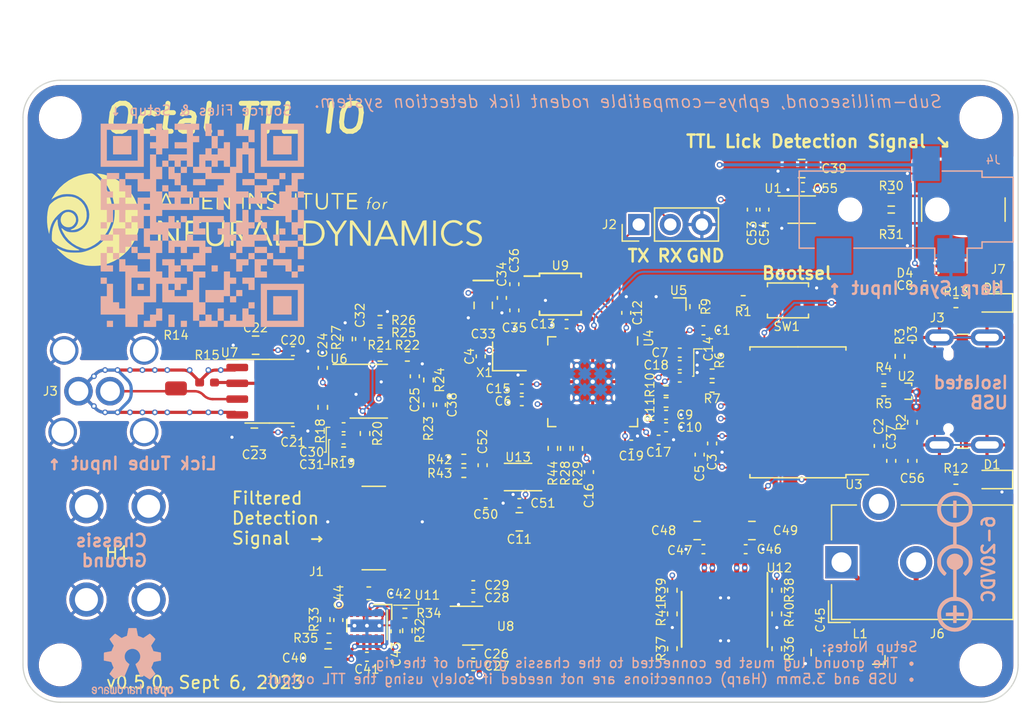
<source format=kicad_pcb>
(kicad_pcb (version 20221018) (generator pcbnew)
  (layers (0 "F.Cu" signal) (1 "In1.Cu" power) (2 "In2.Cu" power) (31 "B.Cu" signal) (34 "B.Paste" user) (35 "F.Paste" user) (36 "B.SilkS" user "B.Silkscreen") (37 "F.SilkS" user "F.Silkscreen") (38 "B.Mask" user) (39 "F.Mask" user) (44 "Edge.Cuts" user))
  (net 0 "")
  (net 1 "GND")
  (net 2 "+3V3")
  (net 3 "GND1")
  (net 4 "/Harp Core RP2040 + Isolated USB/VDD1")
  (net 5 "+1V1")
  (net 6 "+2V5")
  (net 7 "-2V5")
  (net 8 "+5V")
  (net 9 "VREF_3V3")
  (net 10 "Net-(C30-Pad1)")
  (net 11 "Net-(C30-Pad2)")
  (net 12 "Net-(U6D--)")
  (net 13 "Net-(U9-CAP{slash}2.5V)")
  (net 14 "Net-(U9-COMP)")
  (net 15 "/100KHz Sine Wave/VSINE")
  (net 16 "Net-(J1-In)")
  (net 17 "Net-(U11-C+)")
  (net 18 "Net-(U11-C-)")
  (net 19 "Net-(U11-CP)")
  (net 20 "IN1")
  (net 21 "Net-(U12-BYP1)")
  (net 22 "Net-(U12-BYP2)")
  (net 23 "Net-(D1-A)")
  (net 24 "Net-(D2-A)")
  (net 25 "/Lick Detection Analog Front End/triax_core")
  (net 26 "/Harp Core RP2040 + Isolated USB/SWCLK")
  (net 27 "/Harp Core RP2040 + Isolated USB/SWDIO")
  (net 28 "/Harp Core RP2040 + Isolated USB/UART0_TXD")
  (net 29 "/Harp Core RP2040 + Isolated USB/UART0_RXD")
  (net 30 "/Lick Detection Analog Front End/triax_inner_shield")
  (net 31 "/Harp Core RP2040 + Isolated USB/HARP_CLK_SYNC")
  (net 32 "VBUS")
  (net 33 "Net-(J5-CC1)")
  (net 34 "/Harp Core RP2040 + Isolated USB/D+")
  (net 35 "/Harp Core RP2040 + Isolated USB/D-")
  (net 37 "Net-(J5-CC2)")
  (net 39 "+12V")
  (net 40 "GND2")
  (net 42 "Net-(J7-In)")
  (net 43 "/Harp Core RP2040 + Isolated USB/USB_Boot")
  (net 44 "/Harp Core RP2040 + Isolated USB/QSPI_CS")
  (net 45 "Net-(U3-UD+)")
  (net 46 "Net-(U3-UD-)")
  (net 47 "Net-(U3-DD+)")
  (net 48 "/Harp Core RP2040 + Isolated USB/DD+")
  (net 49 "Net-(U3-DD-)")
  (net 50 "/Harp Core RP2040 + Isolated USB/DD-")
  (net 51 "Net-(U4-USB_DP)")
  (net 52 "Net-(U4-USB_DM)")
  (net 53 "Net-(U4-GPIO24)")
  (net 54 "Net-(U4-GPIO25)")
  (net 55 "Net-(U7--)")
  (net 56 "Net-(R22-Pad2)")
  (net 57 "Net-(C32-Pad1)")
  (net 58 "Net-(U9-VOUT)")
  (net 59 "Net-(U13-AINP)")
  (net 60 "Net-(U11-FB+)")
  (net 61 "Net-(U11-FB-)")
  (net 62 "Net-(U12-PWRGD1)")
  (net 63 "Net-(U12-PWRGD2)")
  (net 64 "Net-(U12-ADJ1)")
  (net 65 "Net-(U12-ADJ2)")
  (net 66 "/Harp Core RP2040 + Isolated USB/PIO_SCK")
  (net 67 "/Harp Core RP2040 + Isolated USB/PIO_POCI")
  (net 68 "/Harp Core RP2040 + Isolated USB/PIO_CS")
  (net 69 "/100KHz Sine Wave/SCK")
  (net 70 "/100KHz Sine Wave/PICO")
  (net 71 "/100KHz Sine Wave/CS")
  (net 82 "/100KHz Sine Wave/xtal_in")
  (net 88 "/Harp Core RP2040 + Isolated USB/TTL_OUT")
  (net 93 "/Harp Core RP2040 + Isolated USB/QSPI_D3")
  (net 94 "/Harp Core RP2040 + Isolated USB/QSPI_CLK")
  (net 95 "/Harp Core RP2040 + Isolated USB/QSPI_D0")
  (net 96 "/Harp Core RP2040 + Isolated USB/QSPI_D2")
  (net 97 "/Harp Core RP2040 + Isolated USB/QSPI_D1")
  (net 102 "Net-(U13-AINM)")
  (net 103 "Net-(U6C-+)")
  (net 104 "Net-(U13-SDO)")
  (net 105 "Net-(U13-SCLK)")
  (net 106 "Net-(U13-~{CS})")
  (net 107 "Net-(U6B--)")
  (net 108 "Net-(U6A-+)")
  (net 109 "Net-(U1-1B)")
  (net 110 "Net-(U1-2B)")
  (footprint "Capacitor_SMD:C_0402_1005Metric" (layer "F.Cu") (at 145 93.8)
    (fp_text reference "C6")
    (fp_text value "100nF" hide)
  )
  (footprint "Capacitor_SMD:C_0402_1005Metric" (layer "F.Cu") (at 130.675 95.9)
    (fp_text reference "C30")
    (fp_text value "160pF" hide)
  )
  (footprint "Resistor_SMD:R_0402_1005Metric" (layer "F.Cu") (at 148.5 97.6 90)
    (fp_text reference "R28")
    (fp_text value "49.9" hide)
  )
  (footprint "Resistor_SMD:R_0402_1005Metric" (layer "F.Cu") (at 137.5 92.1 -90)
    (fp_text reference "R24")
    (fp_text value "10K" hide)
  )
  (footprint "LED_SMD:LED_0603_1608Metric_Pad1.05x0.95mm_HandSolder" (layer "F.Cu") (at 182.8 100.1 180)
    (fp_text reference "D1")
    (fp_text value "LED" hide)
  )
  (footprint "Capacitor_SMD:C_0402_1005Metric" (layer "F.Cu") (at 126.6 96.2)
    (fp_text reference "C21")
    (fp_text value "100nF" hide)
  )
  (footprint "Capacitor_SMD:C_0402_1005Metric" (layer "F.Cu") (at 153.8 97.3 180)
    (fp_text reference "C19")
    (fp_text value "100nF" hide)
  )
  (footprint "Resistor_SMD:R_0402_1005Metric" (layer "F.Cu") (at 165.5 110.9 90)
    (fp_text reference "R40")
    (fp_text value "100K" hide)
  )
  (footprint "Resistor_SMD:R_0402_1005Metric" (layer "F.Cu") (at 147.5 97.6 90)
    (fp_text reference "R44")
    (fp_text value "49.9" hide)
  )
  (footprint "Capacitor_SMD:C_0402_1005Metric" (layer "F.Cu") (at 156.6 94.9)
    (fp_text reference "C9")
    (fp_text value "1uF" hide)
  )
  (footprint "Connector_BarrelJack:BarrelJack_CUI_PJ-102AH_Horizontal" (layer "F.Cu") (at 170.7 106.75 90)
    (fp_text reference "J6")
    (fp_text value "Barrel_Jack_Switch" hide)
  )
  (footprint "Capacitor_SMD:C_0402_1005Metric" (layer "F.Cu") (at 141.1 115.1 180)
    (fp_text reference "C27")
    (fp_text value "1uF" hide)
  )
  (footprint "Capacitor_SMD:C_0402_1005Metric" (layer "F.Cu") (at 138.5 94.1 -90)
    (fp_text reference "C38")
    (fp_text value "100nF" hide)
  )
  (footprint "Capacitor_SMD:C_0805_2012Metric" (layer "F.Cu") (at 169 114 -90)
    (fp_text reference "C45")
    (fp_text value "3.3uF" hide)
  )
  (footprint "Resistor_SMD:R_0402_1005Metric" (layer "F.Cu") (at 133.6 87.3)
    (fp_text reference "R26")
    (fp_text value "330" hide)
  )
  (footprint "Resistor_SMD:R_0402_1005Metric" (layer "F.Cu") (at 165.5 109 -90)
    (fp_text reference "R38")
    (fp_text value "309K" hide)
  )
  (footprint "kicad_component_library:TRB_Trompeter_CBBJR79A_Horizontal" (layer "F.Cu") (at 111.9 93 90)
    (fp_text reference "J3")
    (fp_text value "Conn_Triaxial" hide)
  )
  (footprint "Resistor_SMD:R_0402_1005Metric" (layer "F.Cu") (at 133.6 90.2)
    (fp_text reference "R21")
    (fp_text value "68" hide)
  )
  (footprint "Capacitor_SMD:C_0402_1005Metric" (layer "F.Cu") (at 148.6 87.6)
    (fp_text reference "C13")
    (fp_text value "100nF" hide)
  )
  (footprint "Resistor_SMD:R_0402_1005Metric" (layer "F.Cu") (at 156.6 93.9)
    (fp_text reference "R11")
    (fp_text value "27" hide)
  )
  (footprint "Capacitor_SMD:C_0402_1005Metric" (layer "F.Cu") (at 177.4 84.5)
    (fp_text reference "C8")
    (fp_text value "1uF" hide)
  )
  (footprint "Package_TO_SOT_SMD:Texas_DRT-3" (layer "F.Cu") (at 175.8 93 -90)
    (fp_text reference "U2")
    (fp_text value "TPD2EUSB30" hide)
  )
  (footprint "Capacitor_SMD:C_0402_1005Metric" (layer "F.Cu") (at 132.55 114.35 180)
    (fp_text reference "C41")
    (fp_text value "1uF" hide)
  )
  (footprint "Resistor_SMD:R_0402_1005Metric" (layer "F.Cu") (at 149.5 97.6 90)
    (fp_text reference "R29")
    (fp_text value "49.9" hide)
  )
  (footprint "Resistor_SMD:R_0402_1005Metric" (layer "F.Cu") (at 157.1 109 -90)
    (fp_text reference "R39")
    (fp_text value "172K" hide)
  )
  (footprint "Resistor_SMD:R_1206_3216Metric" (layer "F.Cu") (at 117.2 91.3125 -90)
    (fp_text reference "R14")
    (fp_text value "100K" hide)
  )
  (footprint "Capacitor_SMD:C_0402_1005Metric" (layer "F.Cu") (at 141.1 109.575)
    (fp_text reference "C28")
    (fp_text value "100nF" hide)
  )
  (footprint "Capacitor_SMD:C_0402_1005Metric" (layer "F.Cu") (at 176.4 98.6 90)
    (fp_text reference "C56")
    (fp_text value "1uF" hide)
  )
  (footprint "Package_SON:WSON-12-1EP_3x2mm_P0.5mm_EP1x2.65_ThermalVias" (layer "F.Cu") (at 132.55 111.85 -90)
    (fp_text reference "U11")
    (fp_text value "LM27762" hide)
  )
  (footprint "Capacitor_SMD:C_0805_2012Metric" (layer "F.Cu") (at 123.6 89.3)
    (fp_text reference "C22")
    (fp_text value "10uF" hide)
  )
  (footprint "Capacitor_SMD:C_0805_2012Metric" (layer "F.Cu") (at 129.43 114.45 180)
    (fp_text reference "C40")
    (fp_text value "22uF" hide)
  )
  (footprint "Capacitor_SMD:C_0402_1005Metric" (layer "F.Cu") (at 164.5 78.4 90)
    (fp_text reference "C54")
    (fp_text value "100nF" hide)
  )
  (footprint "Resistor_SMD:R_0402_1005Metric" (layer "F.Cu") (at 175.4 90.2 90)
    (fp_text reference "R3")
    (fp_text value "5K1" hide)
  )
  (footprint "Capacitor_SMD:C_0402_1005Metric" (layer "F.Cu") (at 129 91.125 -90)
    (fp_text reference "C24")
    (fp_text value "100nF" hide)
  )
  (footprint "Package_SO:SO-8_3.9x4.9mm_P1.27mm" (layer "F.Cu") (at 124.7 93)
    (fp_text reference "U7")
    (fp_text value "LTC6268xS8-10" hide)
  )
  (footprint "Package_SO:VSSOP-8_2.3x2mm_P0.5mm" (layer "F.Cu") (at 167.5 78.4)
    (fp_text reference "U1")
    (fp_text value "74LVCH2T45DC" hide)
  )
  (footprint "MountingHole:MountingHole_3.2mm_M3_DIN965" (layer "F.Cu") (at 181.9 115)
    (fp_text reference "REF**" hide)
    (fp_text value "MountingHole_3.2mm_M3_DIN965" hide)
  )
  (footprint "kicad_component_library:RP2040-QFN-56" (layer "F.Cu") (at 150.7 92.2375 -90)
    (fp_text reference "U4")
    (fp_text value "RP2040" hide)
  )
  (footprint "MountingHole:MountingHole_3.2mm_M3_DIN965" (layer "F.Cu") (at 181.9 71)
    (fp_text reference "REF**" hide)
    (fp_text value "MountingHole_3.2mm_M3_DIN965" hide)
  )
  (footprint "Capacitor_SMD:C_0402_1005Metric" (layer "F.Cu") (at 160.3 97.2 90)
    (fp_text reference "C3")
    (fp_text value "100nF" hide)
  )
  (footprint "Resistor_SMD:R_0603_1608Metric_Pad0.98x0.95mm_HandSolder" (layer "F.Cu") (at 174.7 77.6)
    (fp_text reference "R30")
    (fp_text value "100" hide)
  )
  (footprint "Connector_USB:USB_C_Receptacle_JAE_DX07S016JA1R1500" (layer "F.Cu") (at 181.25 93 90)
    (fp_text reference "J3")
    (fp_text value "USB_C_Receptacle_USB2.0" hide)
  )
  (footprint "Resistor_SMD:R_0402_1005Metric" (layer "F.Cu") (at 135.8 90.2)
    (fp_text reference "R22")
    (fp_text value "10K" hide)
  )
  (footprint "Capacitor_SMD:C_0805_2012Metric" (layer "F.Cu") (at 123.5 96.7 180)
    (fp_text reference "C23")
    (fp_text value "10uF" hide)
  )
  (footprint "Resistor_SMD:R_0402_1005Metric" (layer "F.Cu") (at 160.3 92.7 180)
    (fp_text reference "R7")
    (fp_text value "24" hide)
  )
  (footprint "Button_Switch_SMD:SW_SPST_B3U-1000P" (layer "F.Cu") (at 166.4 85.7 180)
    (fp_text reference "SW1")
    (fp_text value "SW_Push" hide)
  )
  (footprint "Package_SO:MSOP-10_3x3mm_P0.5mm" (layer "F.Cu") (at 148.1 85.2)
    (fp_text reference "U9")
    (fp_text value "AD9833xRM" hide)
  )
  (footprint "Capacitor_SMD:C_0402_1005Metric" (layer "F.Cu") (at 173.7 97.4 90)
    (fp_text reference "C2")
    (fp_text value "100nF" hide)
  )
  (footprint "Package_SO:MSOP-16_3x4mm_P0.5mm" (layer "F.Cu") (at 132.7 93)
    (fp_text reference "U6")
    (fp_text value "LTC6263" hide)
  )
  (footprint "Resistor_SMD:R_0402_1005Metric" (layer "F.Cu") (at 135.8 112.25 90)
    (fp_text reference "R32")
    (fp_text value "54K9" hide)
  )
  (footprint "MountingHole:MountingHole_3.2mm_M3_DIN965" (layer "F.Cu") (at 107.9 71)
    (fp_text reference "REF**" hide)
    (fp_text value "MountingHole_3.2mm_M3_DIN965" hide)
  )
  (footprint "Crystal:Crystal_SMD_2016-4Pin_2.0x1.6mm" (layer "F.Cu") (at 144 90.2)
    (fp_text reference "X1")
    (fp_text value "ECS-TXO-2016" hide)
  )
  (footprint "Capacitor_SMD:C_0402_1005Metric" (layer "F.Cu") (at 141.85 98.95 90)
    (fp_text reference "C52")
    (fp_text value "300pF" hide)
  )
  (footprint "Resistor_SMD:R_0402_1005Metric" (layer "F.Cu") (at 160.3 91.6 180)
    (fp_text reference "R6")
    (fp_text value "24" hide)
  )
  (footprint "Resistor_SMD:R_0402_1005Metric" (layer "F.Cu") (at 179.9 100.1)
    (fp_text reference "R12")
    (fp_text value "330" hide)
  )
  (footprint "Capacitor_SMD:C_0402_1005Metric" (layer "F.Cu") (at 142.1 102 180)
    (fp_text reference "C50")
    (fp_text value "2.2uF" hide)
  )
  (footprint "Diode_SMD:D_0402_1005Metric" (layer "F.Cu") (at 176.4 90.2 -90)
    (fp_text reference "D3")
    (fp_text value "D_TVS" hide)
  )
  (footprint "Capacitor_SMD:C_0402_1005Metric" (layer "F.Cu") (at 157.7 91.9 180)
    (fp_text reference "C14")
    (fp_text value "100nF" hide)
  )
  (footprint "Capacitor_SMD:C_0402_1005Metric" (layer "F.Cu") (at 130.25 111.4 90)
    (fp_text reference "C44")
    (fp_text value "2.2uF" hide)
  )
  (footprint "Capacitor_SMD:C_0805_2012Metric_Pad1.18x1.45mm_HandSolder" (layer "F.Cu") (at 141.9 86.1 -90)
    (fp_text reference "C33")
    (fp_text value "10uF" hide)
  )
  (footprint "MountingHole:MountingHole_3.2mm_M3_DIN965" (layer "F.Cu") (at 107.9 115)
    (fp_text reference "REF**" hide)
    (fp_text value "MountingHole_3.2mm_M3_DIN965" hide)
  )
  (footprint "Resistor_SMD:R_0402_1005Metric" (layer "F.Cu") (at 174.1 92 180)
    (fp_text reference "R4")
    (fp_text value "24" hide)
  )
  (footprint "LED_SMD:LED_0603_1608Metric_Pad1.05x0.95mm_HandSolder" (layer "F.Cu") (at 182.8 85.9 180)
    (fp_text reference "D2")
    (fp_text value "LED" hide)
  )
  (footprint "Capacitor_SMD:C_0402_1005Metric" (layer "F.Cu") (at 157.7 90.9 180)
    (fp_text reference "C18")
    (fp_text value "100nF" hide)
  )
  (footprint "Capacitor_SMD:C_0402_1005Metric" (layer "F.Cu") (at 156.6 95.9)
    (fp_text reference "C10")
    (fp_text value "1uF" hide)
  )
  (footprint "Resistor_SMD:R_0402_1005Metric" (layer "F.Cu") (at 131 88.8 -90)
    (fp_text reference "R27")
    (fp_text value "10K" hide)
  )
  (footprint "Resistor_SMD:R_0402_1005Metric" (layer "F.Cu") (at 129 94.2975 -90)
    (fp_text reference "R18")
    (fp_text value "49K9" hide)
  )
  (footprint "Resistor_SMD:R_0402_1005Metric" (layer "F.Cu") (at 174.1 93 180)
    (fp_text reference "R5")
    (fp_text value "24" hide)
  )
  (footprint "Capacitor_SMD:C_0805_2012Metric" (layer "F.Cu") (at 159.1 104.2 180)
    (fp_text reference "C48")
    (fp_text value "10uF" hide)
  )
  (footprint "Resistor_SMD:R_0402_1005Metric" (layer "F.Cu") (at 137.5 94.1 -90)
    (fp_text reference "R23")
    (fp_text value "10K" hide)
  )
  (footprint "Capacitor_SMD:C_0402_1005Metric" (layer "F.Cu") (at 144.8 102)
    (fp_text reference "C51")
    (fp_text value "2.2uF" hide)
  )
  (footprint "Capacitor_SMD:C_0402_1005Metric" (layer "F.Cu") (at 174.7 98.6 -90)
    (fp_text reference "C37")
    (fp_text value "100nF" hide)
  )
  (footprint "Resistor_SMD:R_0402_1005Metric" (layer "F.Cu") (at 158.9 86.2 -90)
    (fp_text reference "R9")
    (fp_text value "10K" hide)
  )
  (footprint "Fiducial:Fiducial_0.5mm_Mask1mm" (layer "F.Cu") (at 177.9 115)
    (fp_text reference "FID2" hide)
    (fp_text value "Fiducial" hide)
  )
  (footprint "Capacitor_SMD:C_0402_1005Metric" (layer "F.Cu") (at 159.6 88.1 180)
    (fp_text reference "C1")
    (fp_text value "100nF" hide)
  )
  (footprint "Capacitor_SMD:C_0402_1005Metric" (layer "F.Cu") (at 130.675 96.875)
    (fp_text reference "C31")
    (fp_text value "160pF" hide)
  )
  (footprint "Capacitor_SMD:C_0402_1005Metric" (layer "F.Cu") (at 144.4 86.5 90)
    (fp_text reference "C35")
    (fp_text value "100nF" hide)
  )
  (footprint "Capacitor_SMD:C_0805_2012Metric" (layer "F.Cu") (at 144.8 103.5 180)
    (fp_text reference "C11")
    (fp_text value "10uF" hide)
  )
  (footprint "Capacitor_SMD:C_0805_2012Metric" (layer "F.Cu") (at 167.5 75.1 180)
    (fp_text reference "C39")
    (fp_text value "10uF" hide)
  )
  (footprint "Resistor_SMD:R_0402_1005Metric" (layer "F.Cu") (at 157.1 110.9 90)
    (fp_text reference "R41")
    (fp_text value "100K" hide)
  )
  (footprint "Capacitor_SMD:C_0402_1005Metric" (layer "F.Cu") (at 153.4 86.7 -90)
    (fp_text reference "C12")
    (fp_text value "100nF" hide)
  )
  (footprint "Capacitor_SMD:C_0402_1005Metric" (layer "F.Cu") (at 145 92.8)
    (fp_text reference "C15")
    (fp_text value "100nF" hide)
  )
  (footprint "Package_SO:SOIC-16W_7.5x10.3mm_P1.27mm" (layer "F.Cu") (at 167.2 94.7 180)
    (fp_text reference "U3")
    (fp_text value "ADUM4160" hide)
  )
  (footprint "Capacitor_SMD:C_0402_1005Metric" (layer "F.Cu") (at 163 105.7)
    (fp_text reference "C46")
    (fp_text value "10nF" hide)
  )
  (footprint "Capacitor_SMD:C_0402_1005Metric" (layer "F.Cu") (at 167.6 76.6)
    (fp_text reference "C55")
    (fp_text value "100nF" hide)
  )
  (footprint "Capacitor_SMD:C_0402_1005Metric" (layer "F.Cu") (at 141.1 114.1)
    (fp_text reference "C26")
    (fp_text value "100nF" hide)
  )
  (footprint "Capacitor_SMD:C_0402_1005Metric" (layer "F.Cu") (at 159.6 105.7 180)
    (fp_text reference "C47")
    (fp_text value "10nF" hide)
  )
  (footprint "Package_SO:VSSOP-8_2.3x2mm_P0.5mm" (layer "F.Cu") (at 144.7 99.9 180)
    (fp_text reference "U13")
    (fp_text value "ADS7049" hide)
  )
  (footprint "kicad_component_library:SMA_TE_Connectivity_CONSMA002-SMD-G-T_Horizontal" (layer "F.Cu") (at 180.5 78.4 180)
    (fp_text reference "J7")
    (fp_text value "Conn_Coaxial" hide)
  )
  (footprint "Capacitor_SMD:C_0402_1005Metric" (layer "F.Cu") (at 150.4 99.5 90)
    (fp_text reference "C16")
    (fp_text value "100nF" hide)
  )
  (footprint "Resistor_SMD:R_0402_1005Metric" (layer "F.Cu") (at 157.1 113.7 90)
    (fp_text reference "R37")
    (fp_text value "1M" hide)
  )
  (footprint "Resistor_SMD:R_0402_1005Metric" (layer "F.Cu") (at 156.6 92.95)
    (fp_text reference "R10")
    (fp_text value "27" hide)
  )
  (footprint "Capacitor_SMD:C_0402_1005Metric" (layer "F.Cu") (at 143.4 85.5 90)
    (fp_text reference "C34")
    (fp_text value "100nF" hide)
  )
  (footprint "Capacitor_SMD:C_0402_1005Metric" (layer "F.Cu") (at 156 96.9 180)
    (fp_text reference "C17")
    (fp_text value "100nF" hide)
  )
  (footprint "Resistor_SMD:R_0402_1005Metric" (layer "F.Cu") (at 179.9 85.9)
    (fp_text reference "R13")
    (fp_text value "330" hide)
  )
  (footprint "Diode_SMD:D_0402_1005Metric" (layer "F.Cu") (at 177.4 83.5 180)
    (fp_text reference "D4")
    (fp_text value "D_TVS" hide)
  )
  (footprint "Resistor_SMD:R_0402_1005Metric" (layer "F.Cu") (at 176.4 95.5 -90)
    (fp_text reference "R2")
    (fp_text value "5K1" hide)
  )
  (footprint "Package_TO_SOT_SMD:SOT-23-6" (layer "F.Cu") (at 141.05 111.85)
    (fp_text reference "U8")
    (fp_text value "REF3433QDBVRQ1" hide)
  )
  (footprint "Capacitor_SMD:C_0402_1005Metric" (layer "F.Cu") (at 126.6 89.775 180)
    (fp_text reference "C20")
    (fp_text value "100nF" hide)
  )
  (footprint "Package_SO:ETSSOP-20-1EP_4.4x6.5mm_P0.65mm_EP3x4.2mm" (layer "F.Cu") (at 161.3 111.3375 -90)
    (fp_text reference "U12")
    (fp_text value "LT3030" hide)
  )
  (footprint "Resistor_SMD:R_0402_1005Metric_Pad0.72x0.64mm_HandSolder" (layer "F.Cu") (at 119.6975 92.3)
    (fp_text reference "R15")
    (fp_text value "100" hide)
  )
  (footprint "Resistor_SMD:R_0402_1005Metric" (layer "F.Cu") (at 135.6 110.85 180)
    (fp_text reference "R34")
    (fp_text value "51K" hide)
  )
  (footprint "Connector_Coaxial:SMA_Amphenol_132134-10_Vertical" (layer "F.Cu") (at 133.1 104 90)
    (fp_text reference "J1")
    (fp_text value "Conn_Coaxial" hide)
  )
  (footprint "Capacitor_SMD:C_0402_1005Metric" (layer "F.Cu") (at 163.5 78.4 -90)
    (fp_text reference "C53")
    (fp_text value "1uF" hide)
  )
  (footprint "kicad_component_library:Terminal_Keystone_779x_EdgeMount_Horizontal" (layer "F.Cu") (at 112.5 106 -90)
    (fp_text reference "H1")
    (fp_text value "MountingHole_Pad" hide)
  )
  (footprint "Capacitor_SMD:C_0603_1608Metric" (layer "F.Cu") (at 132.7 109.25)
    (fp_text reference "C42")
    (fp_text value "4.7uF" hide)
  )
  (footprint "Resistor_SMD:R_0402_1005Metric" (layer "F.Cu") (at 129.5 112.85)
    (fp_text reference "R35")
    (fp_text value "51K" hide)
  )
  (footprint "Resistor_SMD:R_0402_1005Metric" (layer "F.Cu") (at 130.675 97.875 180)
    (fp_text reference "R19")
    (fp_text value "1K02" hide)
  )
  (footprint "Capacitor_SMD:C_0402_1005Metric" (layer "F.Cu") (at 159.3 98.1 -90)
    (fp_text reference "C5")
    (fp_text value "100nF" hide)
  )
  (footprint "Resistor_SMD:R_0402_1005Metric" (layer "F.Cu") (at 132.4 96.4 90)
    (fp_text reference "R20")
    (fp_text value "100K" hide)
  )
  (footprint "Resistor_SMD:R_0603_1608Metric_Pad0.98x0.95mm_HandSolder" (layer "F.Cu") (at 174.7 79.2)
    (fp_text reference "R31")
    (fp_text value "100" hide)
  )
  (footprint "Resistor_SMD:R_0402_1005Metric" (layer "F.Cu") (at 165.5 113.7 90)
    (fp_text reference "R36")
    (fp_text value "1M" hide)
  )
  (footprint "Capacitor_SMD:C_0402_1005Metric" (layer "F.Cu") (at 134.85 112.3 -90)
    (fp_text reference "C43")
    (fp_text value "2.2uF" hide)
  )
  (footprint "LOGO" (layer "F.Cu") (at 124.3 79.2)
    (fp_text reference "G2" hide)
    (fp_text value "LOGO" hide)
  )
  (footprint "Capacitor_SMD:C_0402_1005Metric" (layer "F.Cu") (at 136.4 91.8 90)
    (fp_text reference "C25")
    (fp_text value "100nF" hide)
  )
  (footprint "Capacitor_SMD:C_0805_2012Metric" (layer "F.Cu") (at 163.5 104.2)
    (fp_text reference "C49")
    (fp_text value "22uF" hide)
  )
  (footprint "Resistor_SMD:R_0402_1005Metric" (layer "F.Cu") (at 140.34 99.55)
    (fp_text reference "R43")
    (fp_text value "16" hide)
  )
  (footprint "Connector_PinHeader_2.54mm:PinHeader_1x03_P2.54mm_Vertical" (layer "F.Cu") (at 154.4 79.6 90)
    (fp_text reference "J2")
    (fp_text value "Conn_01x03_Male" hide)
  )
  (footprint "Resistor_SMD:R_0402_1005Metric" (layer "F.Cu") (at 133.6 88.3)
    (fp_text reference "R25")
    (fp_text value "10K" hide)
  )
  (footprint "Fiducial:Fiducial_0.5mm_Mask1mm" (layer "F.Cu") (at 111.9 115)
    (fp_text reference "FID1" hide)
    (fp_text value "Fiducial" hide)
  )
  (footprint "kicad_component_library:Winbond-8USON-2x3mm" (layer "F.Cu") (at 157 87.2 -90)
    (fp_text reference "U5")
    (fp_text value "W25Q16JVUXIQ" hide)
  )
  (footprint "kicad_component_library:L_CommonModeChoke_TDKCorporation_1210" (layer "F.Cu") (at 172.2 114 180)
    (fp_text reference "L1")
    (fp_text value "L_Coupled_1423" hide)
  )
  (footprint "Resistor_SMD:R_0402_1005Metric" (layer "F.Cu") (at 129.2 111.35 -90)
    (fp_text reference "R33")
    (fp_text value "53K6" hide)
  )
  (footprint "Capacitor_SMD:C_0402_1005Metric" (layer "F.Cu") (at 144.4 84.4 -90)
    (fp_text reference "C36")
    (fp_text value "10nF" hide)
  )
  (footprint "Capacitor_SMD:C_0402_1005Metric" (layer "F.Cu") (at 132 88.8 -90)
    (fp_text reference "C32")
    (fp_text value "10nF" hide)
  )
  (footprint "Fiducial:Fiducial_0.5mm_Mask1mm" (layer "F.Cu") (at 177.9 71)
    (fp_text reference "FID3" hide)
    (fp_text value "Fiducial" hide)
  )
  (footprint "Capacitor_SMD:C_0402_1005Metric" (layer "F.Cu") (at 141.1 108.6 180)
    (fp_text reference "C29")
    (fp_text value "1uF" hide)
  )
  (footprint "Capacitor_SMD:C_0402_1005Metric" (layer "F.Cu") (at 157.7 89.9 180)
    (fp_text reference "C7")
    (fp_text value "100nF" hide)
  )
  (footprint "Capacitor_SMD:C_0402_1005Metric" (layer "F.Cu") (at 141.7 90.2 90)
    (fp_text reference "C4")
    (fp_text value "10nF" hide)
  )
  (footprint "Resistor_SMD:R_0402_1005Metric" (layer "F.Cu") (at 140.34 98.45 180)
    (fp_text reference "R42")
    (fp_text value "16" hide)
  )
  (footprint "Resistor_SMD:R_0402_1005Metric" (layer "F.Cu") (at 162.8 85.7 180)
    (fp_text reference "R1")
    (fp_text value "1K" hide)
  )
  (footprint "LOGO" (layer "B.Cu") (at 179.8 106.7 -90)
    (fp_text reference "G3" hide)
    (fp_text value "LOGO" hide)
  )
  (footprint "Symbol:OSHW-Logo2_7.3x6mm_SilkScreen" (layer "B.Cu") (at 113.7 114.8 180)
    (fp_text reference "REF1" hide)
    (fp_text value "OSHW-Logo2_7.3x6mm_SilkScreen" hide)
  )
  (footprint "Connector_Audio:Jack_3.5mm_CUI_SJ-3523-SMT_Horizontal" (layer "B.Cu") (at 175.9 78.4 90)
    (fp_text reference "J4")
    (fp_text value "AudioJack3" hide)
  )
  (footprint "LOGO" (layer "B.Cu") (at 119.3 79.7 180)
    (fp_text reference "G1" hide)
    (fp_text value "LOGO" hide)
  )
  (gr_line (start 158.725 91.8) (end 158.825 91.8) (stroke (width 0.1)) (layer "F.SilkS"))
  (gr_line (start 129.1 98.9) (end 129.475 98.9) (stroke (width 0.1)) (layer "F.SilkS"))
  (gr_line (start 129.475 96.9) (end 129.575 96.9) (stroke (width 0.1)) (layer "F.SilkS"))
  (gr_line (start 129.275 95.9) (end 129.575 95.9) (stroke (width 0.1)) (layer "F.SilkS"))
  (gr_line (start 129.125 97.9) (end 129.275 97.9) (stroke (width 0.1)) (layer "F.SilkS"))
  (gr_line (start 136.7 110.2) (end 136.7 109.9) (stroke (width 0.1)) (layer "F.SilkS"))
  (gr_line (start 129.475 98.9) (end 129.475 96.9) (stroke (width 0.1)) (layer "F.SilkS"))
  (gr_line (start 158.825 91.8) (end 158.825 89.6) (stroke (width 0.1)) (layer "F.SilkS"))
  (gr_line (start 136.7 110.2) (end 134.7 110.2) (stroke (width 0.1)) (layer "F.SilkS"))
  (gr_line (start 158.825 89.6) (end 159.5 89.6) (stroke (width 0.1)) (layer "F.SilkS"))
  (gr_line (start 141.1 84.1) (end 142.7 84.1) (stroke (width 0.15)) (layer "F.SilkS"))
  (gr_line (start 129.275 97.9) (end 129.275 95.9) (stroke (width 0.1)) (layer "F.SilkS"))
  (gr_line (start 184.9 115) (end 184.9 71) (stroke (width 0.1)) (layer "Edge.Cuts"))
  (gr_arc (start 104.9 71) (mid 105.77868 68.87868) (end 107.9 68) (stroke (width 0.1)) (layer "Edge.Cuts"))
  (gr_arc (start 107.9 118) (mid 105.77868 117.12132) (end 104.9 115) (stroke (width 0.1)) (layer "Edge.Cuts"))
  (gr_line (start 107.9 118) (end 181.9 118) (stroke (width 0.1)) (layer "Edge.Cuts"))
  (gr_arc (start 184.9 115) (mid 184.02132 117.12132) (end 181.9 118) (stroke (width 0.1)) (layer "Edge.Cuts"))
  (gr_line (start 181.9 68) (end 107.9 68) (stroke (width 0.1)) (layer "Edge.Cuts"))
  (gr_arc (start 181.9 68) (mid 184.02132 68.87868) (end 184.9 71) (stroke (width 0.1)) (layer "Edge.Cuts"))
  (gr_line (start 104.9 71) (end 104.9 115) (stroke (width 0.1)) (layer "Edge.Cuts"))
  (gr_text "Chassis\nGround" (at 115 107.2) (layer "B.SilkS") (effects (font (size 1 1) (thickness 0.2) bold) (justify left bottom mirror)))
  (gr_text "6-20VDC" (at 183.1 102.9 90) (layer "B.SilkS") (effects (font (size 1 1) (thickness 0.2) bold) (justify left bottom mirror)))
  (gr_text "Source Files & Setup ↓" (at 126.6 70.9) (layer "B.SilkS") (effects (font (size 0.8 0.8) (thickness 0.12)) (justify left bottom mirror)))
  (gr_text "Harp Sync Input ↑" (at 183.9 85.3) (layer "B.SilkS") (effects (font (size 1 1) (thickness 0.2) bold) (justify left bottom mirror)))
  (gr_text "Lick Tube Input ↑" (at 120.6 99.4) (layer "B.SilkS") (effects (font (size 1 1) (thickness 0.2) bold) (justify left bottom mirror)))
  (gr_text "Sub-millisecond, ephys-compatible rodent lick detection system." (at 178.9 70.3) (layer "B.SilkS") (effects (font (size 1 1) (thickness 0.12) italic) (justify left bottom mirror)))
  (gr_text "Isolated\nUSB" (at 184.2 94.5) (layer "B.SilkS") (effects (font (size 1 1) (thickness 0.2) bold) (justify left bottom mirror)))
  (gr_text "Setup Notes:\n• The ground lug must be connected to the chassis ground of the rig.\n• USB and 3.5mm (Harp) connections are not needed if solely using the TTL output." (at 176.9 116.6) (layer "B.SilkS") (effects (font (size 0.8 0.8) (thickness 0.12)) (justify left bottom mirror)))
  (gr_text "Bootsel" (at 164.2 84.1) (layer "F.SilkS") (effects (font (size 1 1) (thickness 0.2) bold) (justify left bottom)))
  (gr_text "Filtered\nDetection \nSignal  →" (at 121.6 105.4) (layer "F.SilkS") (effects (font (size 1 1)) (justify left bottom)))
  (gr_text "TX" (at 153.4 82.7) (layer "F.SilkS") (effects (font (size 1 1) (thickness 0.2) bold) (justify left bottom)))
  (gr_text "GND" (at 158.1 82.7) (layer "F.SilkS") (effects (font (size 1 1) (thickness 0.2) bold) (justify left bottom)))
  (gr_text "TTL Lick Detection Signal ↘" (at 158.1 73.5) (layer "F.SilkS") (effects (font (size 1 1) (thickness 0.2) bold) (justify left bottom)))
  (gr_text "Octal TTL IO" (at 111.2 72.4) (layer "F.SilkS") (effects (font (size 2.25 2.25) (thickness 0.4) italic) (justify left bottom)))
  (gr_text "v0.5.0, Sept 6, 2023" (at 111.5 117) (layer "F.SilkS") (effects (font (size 1 1)) (justify left bottom)))
  (gr_text "RX" (at 155.8 82.7) (layer "F.SilkS") (effects (font (size 1 1) (thickness 0.2) bold) (justify left bottom)))
  (segment (start 136.4 103.5) (end 137 103.5) (width 0.1524) (layer "F.Cu") (net 1))
  (segment (start 130.25 111.88) (end 131.52 111.88) (width 0.1524) (layer "F.Cu") (net 1))
  (segment (start 145.9 85.7) (end 146.9 85.7) (width 0.1524) (layer "F.Cu") (net 1))
  (segment (start 139.9125 110.9) (end 139.9125 110.145) (width 0.1524) (layer "F.Cu") (net 1))
  (segment (start 163.5 79.6) (end 163.5 78.88) (width 0.1524) (layer "F.Cu") (net 1))
  (segment (start 167.85 114.95) (end 169 114.95) (width 0.4) (layer "F.Cu") (net 1))
  (segment (start 168.7 84.7) (end 168.1 85.3) (width 0.1524) (layer "F.Cu") (net 1))
  (segment (start 143.9 93.9) (end 144 94) (width 0.1524) (layer "F.Cu") (net 1))
  (segment (start 131.2725 97.875) (end 131.2725 98.5725) (width 0.1524) (layer "F.Cu") (net 1))
  (segment (start 144.7 91.7) (end 144.7 90.75) (width 0.1524) (layer "F.Cu") (net 1))
  (segment (start 157.1 111.41) (end 157.1 112) (width 0.1524) (layer "F.Cu") (net 1))
  (segment (start 130.01 112.85) (end 130.01 112.12) (width 0.1524) (layer "F.Cu") (net 1))
  (segment (start 143.15 100.65) (end 142.85 100.65) (width 0.1524) (layer "F.Cu") (net 1))
  (segment (start 160.975 113.0625) (end 160.975 111.6625) (width 0.4) (layer "F.Cu") (net 1))
  (segment (start 159.1 89.9) (end 158.3675 89.9) (width 0.1524) (layer "F.Cu") (net 1))
  (segment (start 160.975 108.3875) (end 160.975 109.6125) (width 0.4) (layer "F.Cu") (net 1))
  (segment (start 134.85 111.82) (end 133.58 111.82) (width 0.1524) (layer "F.Cu") (net 1))
  (segment (start 133.7 92.25) (end 134.85 92.25) (width 0.1524) (layer "F.Cu") (net 1))
  (segment (start 121.7 96.7) (end 122.55 96.7) (width 0.1524) (layer "F.Cu") (net 1))
  (segment (start 134.1975 86.6) (end 134.1975 87.3) (width 0.1524) (layer "F.Cu") (net 1))
  (segment (start 165.95 79.85) (end 165.9 79.9) (width 0.1524) (layer "F.Cu") (net 1))
  (segment (start 154.28 97.3) (end 154.3 97.28) (width 0.1524) (layer "F.Cu") (net 1))
  (segment (start 164.5 79.6) (end 164.4 79.7) (width 0.1524) (layer "F.Cu") (net 1))
  (segment (start 165.8075 75.1) (end 166.55 75.1) (width 0.1524) (layer "F.Cu") (net 1))
  (segment (start 163.6 79.7) (end 163.5 79.6) (width 0.1524) (layer "F.Cu") (net 1))
  (segment (start 144 94) (end 144.2325 94) (width 0.1524) (layer "F.Cu") (net 1))
  (segment (start 130.3 104) (end 129.8 103.5) (width 0.1524) (layer "F.Cu") (net 1))
  (segment (start 147.5 87.6) (end 148.1325 87.6) (width 0.1524) (layer "F.Cu") (net 1))
  (segment (start 159.1 91.5) (end 158.7 91.9) (width 0.1524) (layer "F.Cu") (net 1))
  (segment (start 140.7375 87.1375) (end 140.7 87.1) (width 0.1524) (layer "F.Cu") (net 1))
  (segment (start 167.12 76.6) (end 166.6 76.6) (width 0.1524) (layer "F.Cu") (net 1))
  (segment (start 143.5 103.15) (end 143.85 103.5) (width 0.1524) (layer "F.Cu") (net 1))
  (segment (start 167.8 114.9) (end 167.85 114.95) (width 0.4) (layer "F.Cu") (net 1))
  (segment (start 149.7 91.2375) (end 147.2625 91.2375) (width 0.1524) (layer "F.Cu") (net 1))
  (segment (start 161.155 90.255) (end 162.55 90.255) (width 0.1524) (layer "F.Cu") (net 1))
  (segment (start 159.1 90.9) (end 158.3675 90.9) (width 0.1524) (layer "F.Cu") (net 1))
  (segment (start 157.08 95.9) (end 157.8 95.9) (width 0.1524) (layer "F.Cu") (net 1))
  (segment (start 131 88.2025) (end 131 87.7) (width 0.1524) (layer "F.Cu") (net 1))
  (segment (start 155.8 85.4) (end 155.8 85.5) (width 0.1524) (layer "F.Cu") (net 1))
  (segment (start 164.5 78.88) (end 164.5 79.6) (width 0.1524) (layer "F.Cu") (net 1))
  (segment (start 128.975 90.5325) (end 129 90.5575) (width 0.1524) (layer "F.Cu") (net 1))
  (segment (start 144.32 101.28) (end 144.3 101.3) (width 0.1524) (layer "F.Cu") (net 1))
  (segment (start 133.8 111.3024) (end 133.2524 111.85) (width 0.1524) (layer "F.Cu") (net 1))
  (segment (start 160.3 97.68) (end 160.24 97.62) (width 0.1524) (layer "F.Cu") (net 1))
  (segment (start 158.2 104.25) (end 158.15 104.2) (width 0.1524) (layer "F.Cu") (net 1))
  (segment (start 160.52 97.9) (end 160.3 97.68) (width 0.1524) (layer "F.Cu") (net 1))
  (segment (start 143.4 85.98) (end 143.4 86.7) (width 0.1524) (layer "F.Cu") (net 1))
  (segment (start 131.2725 98.5725) (end 131.3 98.6) (width 0.1524) (layer "F.Cu") (net 1))
  (segment (start 139.9125 110.145) (end 140.4825 109.575) (width 0.1524) (layer "F.Cu") (net 1))
  (segment (start 143.9 93) (end 144.2325 93) (width 0.1524) (layer "F.Cu") (net 1))
  (segment (start 132.3 110.9) (end 132.3 111.6) (width 0.1524) (layer "F.Cu") (net 1))
  (segment (start 153.4 85.4) (end 153.4 86.1325) (width 0.1524) (layer "F.Cu") (net 1))
  (segment (start 161.625 113.0625) (end 161.625 111.6625) (width 0.4) (layer "F.Cu") (net 1))
  (segment (start 161.625 108.3875) (end 161.625 109.6125) (width 0.4) (layer "F.Cu") (net 1))
  (segment (start 144.32 101.13) (end 144.32 101.28) (width 0.1524) (layer "F.Cu") (net 1))
  (segment (start 161.625 111.6625) (end 161.3 111.3375) (width 0.4) (layer "F.Cu") (net 1))
  (segment (start 134.85 111.09) (end 134.85 111.82) (width 0.1524) (layer "F.Cu") (net 1))
  (segment (start 161.625 109.6125) (end 161.625 111.0125) (width 0.4) (layer "F.Cu") (net 1))
  (segment (start 169.375 114.575) (end 169 114.95) (width 0.4) (layer "F.Cu") (net 1))
  (segment (start 161.125 97.875) (end 162.55 97.875) (width 0.1524) (layer "F.Cu") (net 1))
  (segment (start 161.625 111.0125) (end 161.3 111.3375) (width 0.4) (layer "F.Cu") (net 1))
  (segment (start 142.58 102) (end 143.5 102) (width 0.1524) (layer "F.Cu") (net 1))
  (segment (start 122.65 89.3) (end 121.8 89.3) (width 0.1524) (layer "F.Cu") (net 1))
  (segment (start 140.62 115.78) (end 140.6 115.8) (width 0.1524) (layer "F.Cu") (net 1))
  (segment (start 160.08 88.1) (end 160.8 88.1) (width 0.1524) (layer "F.Cu") (net 1))
  (segment (start 178.2 82.7) (end 177.885 83.015) (width 0.1524) (layer "F.Cu") (net 1))
  (segment (start 164.4 104.35) (end 164.4 103.85) (width 0.1524) (layer "F.Cu") (net 1))
  (segment (start 161.1 97.9) (end 160.52 97.9) (width 0.1524) (layer "F.Cu") (net 1))
  (segment (start 170.8 114.575) (end 169.375 114.575) (width 0.4) (layer "F.Cu") (net 1))
  (segment (start 136.5675 91.2325) (end 137 90.8) (width 0.1524) (layer "F.Cu") (net 1))
  (segment (start 139.25 98.45) (end 139.83 98.45) (width 0.1524) (layer "F.Cu") (net 1))
  (segment (start 155.8 85.5) (end 156.25 85.95) (width 0.1524) (layer "F.Cu") (net 1))
  (segment (start 135.9 104) (end 136.4 103.5) (width 0.1524) (layer "F.Cu") (net 1))
  (segment (start 161 90.1) (end 161.155 90.255) (width 0.1524) (layer "F.Cu") (net 1))
  (segment (start 138.98 93.62) (end 139.2 93.4) (width 0.1524) (layer "F.Cu") (net 1))
  (segment (start 183.1 81.3) (end 176 81.3) (width 0.1524) (layer "F.Cu") (net 1))
  (segment (start 164.4 103.85) (end 164.45 103.9) (width 0.1524) (layer "F.Cu") (net 1))
  (segment (start 132.3 111.6) (end 132.55 111.85) (width 0.1524) (layer "F.Cu") (net 1))
  (segment (start 133.2524 111.85) (end 132.55 111.85) (width 0.1524) (layer "F.Cu") (net 1))
  (segment (start 127.8 96.2) (end 127.1675 96.2) (width 0.1524) (layer "F.Cu") (net 1))
  (segment (start 177.9 75.5) (end 176 75.5) (width 0.1524) (layer "F.Cu") (net 1))
  (segment (start 160.975 114.2875) (end 160.975 113.0625) (width 0.4) (layer "F.Cu") (net 1))
  (segment (start 168.1 85.3) (end 168.1 85.7) (width 0.1524) (layer "F.Cu") (net 1))
  (segment (start 131.675 93.25) (end 130.55 93.25) (width 0.1524) (layer "F.Cu") (net 1))
  (segment (start 143.5 102) (end 144.32 102) (width 0.1524) (layer "F.Cu") (net 1))
  (segment (start 165.5 111.41) (end 165.5 112) (width 0.1524) (layer "F.Cu") (net 1))
  (segment (start 183.675 101.025) (end 183.6 101.1) (width 0.1524) (layer "F.Cu") (net 1))
  (segment (start 165.6 75.3075) (end 165.8075 75.1) (width 0.1524) (layer "F.Cu") (net 1))
  (segment (start 147.4 87.7) (end 147.5 87.6) (width 0.1524) (layer "F.Cu") (net 1))
  (segment (start 177.885 84.495) (end 177.88 84.5) (width 0.1524) (layer "F.Cu") (net 1))
  (segment (start 144.3 101.3) (end 144.32 101.32) (width 0.1524) (layer "F.Cu") (net 1))
  (segment (start 131.52 111.88) (end 131.55 111.85) (width 0.1524) (layer "F.Cu") (net 1))
  (segment (start 160.24 97.62) (end 159.3 97.62) (width 0.1524) (layer "F.Cu") (net 1))
  (segment (start 139.9125 111.85) (end 139.9125 110.9) (width 0.1524) (layer "F.Cu") (net 1))
  (segment (start 143.15 100.65) (end 143.84 100.65) (width 0.1524) (layer "F.Cu") (net 1))
  (segment (start 141.9 87.1375) (end 140.7375 87.1375) (width 0.1524) (layer "F.Cu") (net 1))
  (segment (start 143.8 92.9) (end 143.9 93) (width 0.1524) (layer "F.Cu") (net 1))
  (segment (start 136.4 91.2325) (end 136.5675 91.2325) (width 0.1524) (layer "F.Cu") (net 1))
  (segment (start 142.58 100.92) (end 142.58 102) (width 0.1524) (layer "F.Cu") (net 1))
  (segment (start 141.82 90.8) (end 141.7 90.68) (width 0.1524) (layer "F.Cu") (net 1))
  (segment (start 131 87.7) (end 130.8 87.5) (width 0.1524) (layer "F.Cu") (net 1))
  (segment (start 183.675 100.1) (end 183.675 101.025) (width 0.1524) (layer "F.Cu") (net 1))
  (segment (start 165.95 79.15) (end 165.95 79.85) (width 0.1524) (layer "F.Cu") (net 1))
  (segment (start 160.975 111.6625) (end 161.3 111.3375) (width 0.4) (layer "F.Cu") (net 1))
  (segment (start 128.975 89.9) (end 128.975 90.5325) (width 0.1524) (layer "F.Cu") (net 1))
  (segment (start 177.885 83.015) (end 177.885 84.495) (width 0.1524) (layer "F.Cu") (net 1))
  (segment (start 143.84 100.65) (end 144.32 101.13) (width 0.1524) (layer "F.Cu") (net 1))
  (segment (start 127.8 89.775) (end 127.1675 89.775) (width 0.1524) (layer "F.Cu") (net 1))
  (segment (start 143.5 102) (end 143.5 103.15) (width 0.1524) (layer "F.Cu") (net 1))
  (segment (start 144.32 101.32) (end 144.32 102) (width 0.1524) (layer "F.Cu") (net 1))
  (segment (start 138.5 93.62) (end 138.98 93.62) (width 0.1524) (layer "F.Cu") (net 1))
  (segment (start 133.58 111.82) (end 133.55 111.85) (width 0.1524) (layer "F.Cu") (net 1))
  (segment (start 144.4 88) (end 144.4 86.98) (width 0.1524) (layer "F.Cu") (net 1))
  (segment (start 140.62 108.6) (end 140.62 109.575) (width 0.1524) (layer "F.Cu") (net 1))
  (segment (start 142.85 100.65) (end 142.58 100.92) (width 0.1524) (layer "F.Cu") (net 1))
  (segment (start 127.43 114.45) (end 128.48 114.45) (width 0.1524) (layer "F.Cu") (net 1))
  (segment (start 154.3 97.28) (end 154.3 96.6) (width 0.1524) (layer "F.Cu") (net 1))
  (segment (start 129.8 103.5) (end 129.4 103.5) (width 0.1524) (layer "F.Cu") (net 1))
  (segment (start 161.625 114.2875) (end 161.625 113.0625) (width 0.4) (layer "F.Cu") (net 1))
  (segment (start 158.7 91.9) (end 158.3675 91.9) (width 0.1524) (layer "F.Cu") (net 1))
  (segment (start 130.01 112.12) (end 130.25 111.88) (width 0.1524) (layer "F.Cu") (net 1))
  (segment (start 161.1 97.9) (end 161.125 97.875) (width 0.1524) (layer "F.Cu") (net 1))
  (segment (start 158.2 105.7) (end 158.2 104.25) (width 0.1524) (layer "F.Cu") (net 1))
  (segment (start 135.09 110.85) (end 134.85 111.09) (width 0.1524) (layer "F.Cu") (net 1))
  (segment (start 160.975 111.0125) (end 161.3 111.3375) (width 0.4) (layer "F.Cu") (net 1))
  (segment (start 140.62 114.1) (end 140.62 115.1) (width 0.1524) (layer "F.Cu") (net 1))
  (segment (start 139.1 98.3) (end 139.25 98.45) (width 0.1524) (layer "F.Cu") (net 1))
  (segment (start 133.8 110.9) (end 133.8 111.3024) (width 0.1524) (layer "F.Cu") (net 1))
  (segment (start 140.62 115.1) (end 140.62 115.78) (width 0.1524) (layer "F.Cu") (net 1))
  (segment (start 157.8 94.9) (end 157.08 94.9) (width 0.1524) (layer "F.Cu") (net 1))
  (segment (start 166.6 76.6) (end 166.4 76.8) (width 0.1524) (layer "F.Cu") (net 1))
  (segment (start 164.4 103.85) (end 164.4 105.7) (width 0.1524) (layer "F.Cu") (net 1))
  (segment (start 150.7 92.2375) (end 149.7 91.2375) (width 0.1524) (layer "F.Cu") (net 1))
  (segment (start 160.975 109.6125) (end 160.975 111.0125) (width 0.4) (layer "F.Cu") (net 1))
  (segment (start 134.5 109.25) (end 133.475 109.25) (width 0.1524) (layer "F.Cu") (net 1))
  (segment (start 156.48 96.9) (end 157.2 96.9) (width 0.1524) (layer "F.Cu") (net 1))
  (segment (start 164.45 103.9) (end 164.45 104.2) (width 0.1524) (layer "F.Cu") (net 1))
  (segment (start 142.4 90.8) (end 141.82 90.8) (width 0.1524) (layer "F.Cu") (net 1))
  (via (at 140.6 115.8) (size 0.4572) (drill 0.254) (layers "F.Cu" "B.Cu") (net 1))
  (via (at 176 75.5) (size 0.4572) (drill 0.254) (layers "F.Cu" "B.Cu") (net 1))
  (via (at 121.7 96.7) (size 0.4572) (drill 0.254) (layers "F.Cu" "B.Cu") (net 1))
  (via (at 134.1975 86.6) (size 0.4572) (drill 0.254) (layers "F.Cu" "B.Cu") (net 1))
  (via (at 143.4 86.7) (size 0.4572) (drill 0.254) (layers "F.Cu" "B.Cu") (net 1))
  (via (at 137 103.5) (size 0.4572) (drill 0.254) (layers "F.Cu" "B.Cu") (net 1))
  (via (at 164.4 105.7) (size 0.4572) (drill 0.254) (layers "F.Cu" "B.Cu") (net 1))
  (via (at 134.5 109.25) (size 0.4572) (drill 0.254) (layers "F.Cu" "B.Cu") (net 1))
  (via (at 144.3 101.3) (size 0.4572) (drill 0.254) (layers "F.Cu" "B.Cu") (net 1))
  (via (at 164.4 79.7) (size 0.4572) (drill 0.254) (layers "F.Cu" "B.Cu") (net 1))
  (via (at 121.8 89.3) (size 0.4572) (drill 0.254) (layers "F.Cu" "B.Cu") (net 1))
  (via (at 154.3 96.6) (size 0.4572) (drill 0.254) (layers "F.Cu" "B.Cu") (net 1))
  (via (at 183.6 101.1) (size 0.4572) (drill 0.254) (layers "F.Cu" "B.Cu") (net 1))
  (via (at 161.1 97.9) (size 0.4572) (drill 0.254) (layers "F.Cu" "B.Cu") (net 1))
  (via (at 159.1 89.9) (size 0.4572) (drill 0.254) (layers "F.Cu" "B.Cu") (net 1))
  (via (at 159.1 91.5) (size 0.4572) (drill 0.254) (layers "F.Cu" "B.Cu") (net 1))
  (via (at 155.8 85.4) (size 0.4572) (drill 0.254) (layers "F.Cu" "B.Cu") (net 1))
  (via (at 168.7 84.7) (size 0.4572) (drill 0.254) (layers "F.Cu" "B.Cu") (net 1))
  (via (at 160.975 113.0625) (size 0.4572) (drill 0.254) (layers "F.Cu" "B.Cu") (net 1))
  (via (at 157.1 112) (size 0.4572) (drill 0.254) (layers "F.Cu" "B.Cu") (net 1))
  (via (at 127.8 96.2) (size 0.4572) (drill 0.254) (layers "F.Cu" "B.Cu") (net 1))
  (via (at 165.6 75.3075) (size 0.4572) (drill 0.254) (layers "F.Cu" "B.Cu") (net 1))
  (via (at 143.9 93.9) (size 0.4572) (drill 0.254) (layers "F.Cu" "B.Cu") (net 1))
  (via (at 161 90.1) (size 0.4572) (drill 0.254) (layers "F.Cu" "B.Cu") (net 1))
  (via (at 130.8 87.5) (size 0.4572) (drill 0.254) (layers "F.Cu" "B.Cu") (net 1))
  (via (at 129.4 103.5) (size 0.4572) (drill 0.254) (layers "F.Cu" "B.Cu") (net 1))
  (via (at 161.625 113.0625) (size 0.4572) (drill 0.254) (layers "F.Cu" "B.Cu") (net 1))
  (via (at 139.1 98.3) (size 0.4572) (drill 0.254) (layers "F.Cu" "B.Cu") (net 1))
  (via (at 166.4 76.8) (size 0.4572) (drill 0.254) (layers "F.Cu" "B.Cu") (net 1))
  (via (at 128.975 89.9) (size 0.4572) (drill 0.254) (layers "F.Cu" "B.Cu") (net 1))
  (via (at 176 81.3) (size 0.4572) (drill 0.254) (layers "F.Cu" "B.Cu") (net 1))
  (via (at 143.8 92.9) (size 0.4572) (drill 0.254) (layers "F.Cu" "B.Cu") (net 1))
  (via (at 157.8 94.9) (size 0.4572) (drill 0.254) (layers "F.Cu" "B.Cu") (net 1))
  (via (at 167.8 114.9) (size 0.4572) (drill 0.254) (layers "F.Cu" "B.Cu") (net 1))
  (via (at 139.2 93.4) (size 0.4572) (drill 0.254) (layers "F.Cu" "B.Cu") (net 1))
  (via (at 127.43 114.45) (size 0.4572) (drill 0.254) (layers "F.Cu" "B.Cu") (net 1))
  (via (at 137 90.8) (size 0.4572) (drill 0.254) (layers "F.Cu" "B.Cu") (net 1))
  (via (at 165.5 112) (size 0.4572) (drill 0.254) (layers "F.Cu" "B.Cu") (net 1))
  (via (at 178.2 82.7) (size 0.4572) (drill 0.254) (layers "F.Cu" "B.Cu") (net 1))
  (via (at 157.2 96.9) (size 0.4572) (drill 0.254) (layers "F.Cu" "B.Cu") (net 1))
  (via (at 144.7 91.7) (size 0.4572) (drill 0.254) (layers "F.Cu" "B.Cu") (net 1))
  (via (at 140.7 87.1) (size 0.4572) (drill 0.254) (layers "F.Cu" "B.Cu") (net 1))
  (via (at 157.8 95.9) (size 0.4572) (drill 0.254) (layers "F.Cu" "B.Cu") (net 1))
  (via (at 163.6 79.7) (size 0.4572) (drill 0.254) (layers "F.Cu" "B.Cu") (net 1))
  (via (at 133.7 92.25) (size 0.4572) (drill 0.254) (layers "F.Cu" "B.Cu") (net 1))
  (via (at 131.675 93.25) (size 0.4572) (drill 0.254) (layers "F.Cu" "B.Cu") (net 1))
  (via (at 153.4 85.4) (size 0.4572) (drill 0.254) (layers "F.Cu" "B.Cu") (net 1))
  (via (at 127.8 89.775) (size 0.4572) (drill 0.254) (layers "F.Cu" "B.Cu") (net 1))
  (via (at 161.625 109.6125) (size 0.4572) (drill 0.254) (layers "F.Cu" "B.Cu") (net 1))
  (via (at 160.975 109.6125) (size 0.4572) (drill 0.254) (layers "F.Cu" "B.Cu") (net 1))
  (via (at 146.9 85.7) (size 0.4572) (drill 0.254) (layers "F.Cu" "B.Cu") (net 1))
  (via (at 131.3 98.6) (size 0.4572) (drill 0.254) (layers "F.Cu" "B.Cu") (net 1))
  (via (at 142.4 90.8) (size 0.4572) (drill 0.254) (layers "F.Cu" "B.Cu") (net 1))
  (via (at 160.8 88.1) (size 0.4572) (drill 0.254) (layers "F.Cu" "B.Cu") (net 1))
  (via (at 165.9 79.9) (size 0.4572) (drill 0.254) (layers "F.Cu" "B.Cu") (net 1))
  (via (at 144.4 88) (size 0.4572) (drill 0.254) (layers "F.Cu" "B.Cu") (net 1))
  (via (at 143.5 102) (size 0.4572) (drill 0.254) (layers "F.Cu" "B.Cu") (net 1))
  (via (at 158.2 105.7) (size 0.4572) (drill 0.254) (layers "F.Cu" "B.Cu") (net 1))
  (via (at 139.9125 110.145) (size 0.4572) (drill 0.254) (layers "F.Cu" "B.Cu") (net 1))
  (via (at 159.1 90.9) (size 0.4572) (drill 0.254) (layers "F.Cu" "B.Cu") (net 1))
  (via (at 147.4 87.7) (size 0.4572) (drill 0.254) (layers "F.Cu" "B.Cu") (net 1))
  (segment (start 178.2 82.7) (end 178.8 82.1) (width 0.1524) (layer "B.Cu") (net 1))
  (segment (start 178.8 82.1) (end 179.5 82.1) (width 0.1524) (layer "B.Cu") (net 1))
  (segment (start 154.6375 94.4375) (end 154.1375 94.4375) (width 0.1524) (layer "F.Cu") (net 2))
  (segment (start 161.145 99.145) (end 162.55 99.145) (width 0.1524) (layer "F.Cu") (net 2))
  (segment (start 143.23 89.72) (end 143.3 89.65) (width 0.1524) (layer "F.Cu") (net 2))
  (segment (start 150.1 96.727896) (end 149.7 96.327896) (width 0.1524) (layer "F.Cu") (net 2))
  (segment (start 161 95.2) (end 162.415 95.2) (width 0.1524) (layer "F.Cu") (net 2))
  (segment (start 159.32 98.6) (end 159.3 98.58) (width 0.1524) (layer "F.Cu") (net 2))
  (segment (start 161.1 99.1) (end 161.145 99.145) (width 0.1524) (layer "F.Cu") (net 2))
  (segment (start 161 94.2) (end 161.135 94.065) (width 0.1524) (layer "F.Cu") (net 2))
  (segment (start 153.32 97.3) (end 153.3 97.28) (width 0.1524) (layer "F.Cu") (net 2))
  (segment (start 155 96.3) (end 155 96.38) (width 0.1524) (layer "F.Cu") (net 2))
  (segment (start 155.1 95.2) (end 155.8 95.9) (width 0.1524) (layer "F.Cu") (net 2))
  (segment (start 155.1 95.2) (end 155.1 94.9) (width 0.1524) (layer "F.Cu") (net 2))
  (segment (start 146.2 92.4375) (end 145.8425 92.4375) (width 0.1524) (layer "F.Cu") (net 2))
  (segment (start 145.3 101.3) (end 145.28 101.32) (width 0.1524) (layer "F.Cu") (net 2))
  (segment (start 144.6675 84.7) (end 144.3475 85.02) (width 0.1524) (layer "F.Cu") (net 2))
  (segment (start 169.05 79.15) (end 168.2928 79.15) (width 0.1524) (layer "F.Cu") (net 2))
  (segment (start 153.3 88) (end 153.3 88.8) (width 0.1524) (layer "F.Cu") (net 2))
  (segment (start 155.1 94.9) (end 154.6375 94.4375) (width 0.1524) (layer "F.Cu") (net 2))
  (segment (start 157 90.9) (end 157.2325 90.9) (width 0.1524) (layer "F.Cu") (net 2))
  (segment (start 153.4 87.18) (end 153.4 87.9) (width 0.1524) (layer "F.Cu") (net 2))
  (segment (start 165.95 77.65) (end 164.5 77.65) (width 0.1524) (layer "F.Cu") (net 2))
  (segment (start 161.105 96.605) (end 162.55 96.605) (width 0.1524) (layer "F.Cu") (net 2))
  (segment (start 161.1 96.6) (end 160.42 96.6) (width 0.1524) (layer "F.Cu") (net 2))
  (segment (start 176.915 84.495) (end 176.92 84.5) (width 0.1524) (layer "F.Cu") (net 2))
  (segment (start 156 91.9) (end 157 90.9) (width 0.1524) (layer "F.Cu") (net 2))
  (segment (start 156.6 92.2) (end 156.9 91.9) (width 0.1524) (layer "F.Cu") (net 2))
  (segment (start 155.6 91.9) (end 155.0625 92.4375) (width 0.1524) (layer "F.Cu") (net 2))
  (segment (start 176.915 83.0255) (end 176.915 84.495) (width 0.1524) (layer "F.Cu") (net 2))
  (segment (start 144.3475 85.02) (end 143.3725 85.02) (width 0.1524) (layer "F.Cu") (net 2))
  (segment (start 143.33 85.0625) (end 141.9 85.0625) (width 0.1524) (layer "F.Cu") (net 2))
  (segment (start 154.3 95) (end 154.1375 94.8375) (width 0.1524) (layer "F.Cu") (net 2))
  (segment (start 159.675 107.2) (end 159.675 106.65) (width 0.4) (layer "F.Cu") (net 2))
  (segment (start 159.12 88.1) (end 158.4 88.1) (width 0.1524) (layer "F.Cu") (net 2))
  (segment (start 158.4 88.1) (end 158.05 88.45) (width 0.1524) (layer "F.Cu") (net 2))
  (segment (start 155 96.3) (end 154.3 95.6) (width 0.1524) (layer "F.Cu") (net 2))
  (segment (start 145.9 102.7) (end 145.9 103.35) (width 0.1524) (layer "F.Cu") (net 2))
  (segment (start 145.28 102.08) (end 145.9 102.7) (width 0.1524) (layer "F.Cu") (net 2))
  (segment (start 156.5 92.2) (end 156.3 92.4) (width 0.1524) (layer "F.Cu") (net 2))
  (segment (start 164 77.65) (end 161.05 77.65) (width 0.1524) (layer "F.Cu") (net 2))
  (segment (start 161.135 94.065) (end 162.55 94.065) (width 0.1524) (layer "F.Cu") (net 2))
  (segment (start 161.1 99.1) (end 160.6 98.6) (width 0.1524) (layer "F.Cu") (net 2))
  (segment (start 163.77 77.65) (end 164 77.65) (width 0.1524) (layer "F.Cu") (net 2))
  (segment (start 162.415 95.2) (end 162.55 95.335) (width 0.1524) (layer "F.Cu") (net 2))
  (segment (start 153.4 87.9) (end 153.3 88) (width 0.1524) (layer "F.Cu") (net 2))
  (segment (start 160.325 106.525) (end 160.0625 106.2625) (width 0.4) (layer "F.Cu") (net 2))
  (segment (start 164.5 77.92) (end 164.5 77.65) (width 0.1524) (layer "F.Cu") (net 2))
  (segment (start 141.9 85.0625) (end 140.7375 85.0625) (width 0.1524) (layer "F.Cu") (net 2))
  (segment (start 156.9 91.9) (end 157.2325 91.9) (width 0.1524) (layer "F.Cu") (net 2))
  (segment (start 149.7 96.327896) (end 149.7 95.675) (width 0.1524) (layer "F.Cu") (net 2))
  (segment (start 166.7928 77.65) (end 165.95 77.65) (width 0.1524) (layer "F.Cu") (net 2))
  (segment (start 150.2 98.4) (end 150.1 98.3) (width 0.1524) (layer "F.Cu") (net 2))
  (segment (start 155 96.38) (end 155.52 96.9) (width 0.1524) (layer "F.Cu") (net 2))
  (segment (start 153.3 97.28) (end 153.3 96.6) (width 0.1524) (layer "F.Cu") (net 2))
  (segment (start 145.8425 92.4375) (end 145.48 92.8) (width 0.1524) (layer "F.Cu") (net 2))
  (segment (start 150.1 98.3) (end 150.1 96.727896) (width 0.1524) (layer "F.Cu") (net 2))
  (segment (start 146.2 92.4375) (end 147.2625 92.4375) (width 0.1524) (layer "F.Cu") (net 2))
  (segment (start 156.5 92.2) (end 156.6 92.2) (width 0.1524) (layer "F.Cu") (net 2))
  (segment (start 158.9 87.88) (end 159.12 88.1) (width 0.1524) (layer "F.Cu") (net 2))
  (segment (start 145.75 100.65) (end 145.28 101.12) (width 0.1524) (layer "F.Cu") (net 2))
  (segment (start 141.7 89.72) (end 143.23 89.72) (width 0.1524) (layer "F.Cu") (net 2))
  (segment (start 145.28 101.12) (end 145.28 101.28) (width 0.1524) (layer "F.Cu") (net 2))
  (segment (start 160.325 108.3875) (end 160.325 107.2) (width 0.4) (layer "F.Cu") (net 2))
  (segment (start 160.6 98.6) (end 159.32 98.6) (width 0.1524) (layer "F.Cu") (net 2))
  (segment (start 140.7375 85.0625) (end 140.7 85.1) (width 0.1524) (layer "F.Cu") (net 2))
  (segment (start 164.5 77.65) (end 164 77.65) (width 0.1524) (layer "F.Cu") (net 2))
  (segment (start 160.0625 106.2625) (end 160.0625 105.7175) (width 0.4) (layer "F.Cu") (net 2))
  (segment (start 157.1 108.49) (end 157.1 107.8) (width 0.1524) (layer "F.Cu") (net 2))
  (segment (start 149.7 87.9) (end 149.7 88.8) (width 0.1524) (layer "F.Cu") (net 2))
  (segment (start 145.9 84.7) (end 144.6675 84.7) (width 0.1524) (layer "F.Cu") (net 2))
  (segment (start 160.0625 105.7175) (end 160.08 105.7) (width 0.4) (layer "F.Cu") (net 2))
  (segment (start 145.28 101.32) (end 145.28 102) (width 0.1524) (layer "F.Cu") (net 2))
  (segment (start 163.5 77.92) (end 163.77 77.65) (width 0.1524) (layer "F.Cu") (net 2))
  (segment (start 149.7 87.9) (end 149.4 87.6) (width 0.1524) (layer "F.Cu") (net 2))
  (segment (start 158.9 86.71) (end 158.9 87.88) (width 0.1524) (layer "F.Cu") (net 2))
  (segment (start 156.3 92.4) (end 155.6 92.4) (width 0.1524) (layer "F.Cu") (net 2))
  (segment (start 146.2625 94.0375) (end 147.2625 94.0375) (width 0.1524) (layer "F.Cu") (net 2))
  (segment (start 145.28 102) (end 145.28 102.08) (width 0.1524) (layer "F.Cu") (net 2))
  (segment (start 160.08 105.7) (end 160.08 104.23) (width 0.4) (layer "F.Cu") (net 2))
  (segment (start 159.675 108.3875) (end 159.675 107.2) (width 0.4) (layer "F.Cu") (net 2))
  (segment (start 146.25 100.65) (end 145.75 100.65) (width 0.1524) (layer "F.Cu") (net 2))
  (segment (start 155.8 95.9) (end 156.12 95.9) (width 0.1524) (layer "F.Cu") (net 2))
  (segment (start 149.4 87.6) (end 149.08 87.6) (width 0.1524) (layer "F.Cu") (net 2))
  (segment (start 153.3 96.6) (end 153.3 95.675) (width 0.1524) (layer "F.Cu") (net 2))
  (segment (start 158.05 88.45) (end 157.75 88.45) (width 0.1524) (layer "F.Cu") (net 2))
  (segment (start 159.675 106.65) (end 160.0625 106.2625) (width 0.4) (layer "F.Cu") (net 2))
  (segment (start 143.3725 85.02) (end 143.33 85.0625) (width 0.1524) (layer "F.Cu") (net 2))
  (segment (start 150.5 98.7) (end 150.5 98.8325) (width 0.1524) (layer "F.Cu") (net 2))
  (segment (start 155.0625 92.4375) (end 154.1375 92.4375) (width 0.1524) (layer "F.Cu") (net 2))
  (segment (start 156 91.9) (end 155.6 91.9) (width 0.1524) (layer "F.Cu") (net 2))
  (segment (start 160.42 96.6) (end 160.3 96.72) (width 0.1524) (layer "F.Cu") (net 2))
  (segment (start 161.05 77.65) (end 161 77.6) (width 0.1524) (layer "F.Cu") (net 2))
  (segment (start 168.2928 79.15) (end 166.7928 77.65) (width 0.1524) (layer "F.Cu") (net 2))
  (segment (start 176.6 82.7105) (end 176.915 83.0255) (width 0.1524) (layer "F.Cu") (net 2))
  (segment (start 160.325 107.2) (end 160.325 106.525) (width 0.4) (layer "F.Cu") (net 2))
  (segment (start 150.2 98.4) (end 150.5 98.7) (width 0.1524) (layer "F.Cu") (net 2))
  (segment (start 145.9 103.35) (end 145.75 103.5) (width 0.1524) (layer "F.Cu") (net 2))
  (segment (start 161.1 96.6) (end 161.105 96.605) (width 0.1524) (layer "F.Cu") (net 2))
  (segment (start 154.3 95.6) (end 154.3 95) (width 0.1524) (layer "F.Cu") (net 2))
  (segment (start 155.6 92.4) (end 155.1625 92.8375) (width 0.1524) (layer "F.Cu") (net 2))
  (segment (start 155.1625 92.8375) (end 154.1375 92.8375) (width 0.1524) (layer "F.Cu") (net 2))
  (segment (start 145.28 101.28) (end 145.3 101.3) (width 0.1524) (layer "F.Cu") (net 2))
  (via (at 153.4 87.9) (size 0.4572) (drill 0.254) (layers "F.Cu" "B.Cu") (net 2))
  (via (at 161 94.2) (size 0.4572) (drill 0.254) (layers "F.Cu" "B.Cu") (net 2))
  (via (at 161 77.6) (size 0.4572) (drill 0.254) (layers "F.Cu" "B.Cu") (net 2))
  (via (at 156 91.9) (size 0.4572) (drill 0.254) (layers "F.Cu" "B.Cu") (net 2))
  (via (at 153.3 96.6) (size 0.4572) (drill 0.254) (layers "F.Cu" "B.Cu") (net 2))
  (via (at 145.3 101.3) (size 0.4572) (drill 0.254) (layers "F.Cu" "B.Cu") (net 2))
  (via (at 142.4 89.72) (size 0.4572) (drill 0.254) (layers "F.Cu" "B.Cu") (net 2))
  (via (at 146.2625 94.0375) (size 0.4572) (drill 0.254) (layers "F.Cu" "B.Cu") (net 2))
  (via (at 149.7 87.9) (size 0.4572) (drill 0.254) (layers "F.Cu" "B.Cu") (net 2))
  (via (at 161.1 96.6) (size 0.4572) (drill 0.254) (layers "F.Cu" "B.Cu") (net 2))
  (via (at 156.5 92.2) (size 0.4572) (drill 0.254) (layers "F.Cu" "B.Cu") (net 2))
  (via (at 161 95.2) (size 0.4572) (drill 0.254) (layers "F.Cu" "B.Cu") (net 2))
  (via (at 155.1 95.2) (size 0.4572) (drill 0.254) (layers "F.Cu" "B.Cu") (net 2))
  (via (at 160.9 74.8) (size 0.4572) (drill 0.254) (layers "F.Cu" "B.Cu") (net 2))
  (via (at 155 96.3) (size 0.4572) (drill 0.254) (layers "F.Cu" "B.Cu") (net 2))
  (via (at 161.1 99.1) (size 0.4572) (drill 0.254) (layers "F.Cu" "B.Cu") (net 2))
  (via (at 159.675 107.2) (size 0.4572) (drill 0.254) (layers "F.Cu" "B.Cu") (net 2))
  (via (at 157.1 107.8) (size 0.4572) (drill 0.254) (layers "F.Cu" "B.Cu") (net 2))
  (via (at 158.5 88.1) (size 0.4572) (drill 0.254) (layers "F.Cu" "B.Cu") (net 2))
  (via (at 140.7 85.1) (size 0.4572) (drill 0.254) (layers "F.Cu" "B.Cu") (net 2))
  (via (at 146.2 92.4375) (size 0.4572) (drill 0.254) (layers "F.Cu" "B.Cu") (net 2))
  (via (at 160.325 107.2) (size 0.4572) (drill 0.254) (layers "F.Cu" "B.Cu") (net 2))
  (via (at 176.6 82.7105) (size 0.4572) (drill 0.254) (layers "F.Cu" "B.Cu") (net 2))
  (via (at 150.2 98.4) (size 0.4572) (drill 0.254) (layers "F.Cu" "B.Cu") (net 2))
  (segment (start 177.4 74.8) (end 177.5 74.7) (width 0.254) (layer "B.Cu") (net 2))
  (segment (start 160.9 74.8) (end 177.4 74.8) (width 0.254) (layer "B.Cu") (net 2))
  (segment (start 176.6 82.7105) (end 176.6 75.6) (width 0.1524) (layer "B.Cu") (net 2))
  (segment (start 176.6 75.6) (end 177.5 74.7) (width 0.1524) (layer "B.Cu") (net 2))
  (segment (start 176.9225 96.01) (end 176.4 96.01) (width 0.1524) (layer "F.Cu") (net 3))
  (segment (start 170.3 90.6) (end 170.3 97.5) (width 0.1524) (layer "F.Cu") (net 3))
  (segment (start 178.2 96.945) (end 178.575 97.32) (width 0.1524) (layer "F.Cu") (net 3))
  (segment (start 178.2 89.9) (end 178.015 89.715) (width 0.1524) (layer "F.Cu") (net 3))
  (segment (start 176.4 98.12) (end 177.2 97.32) (width 0.1524) (layer "F.Cu") (net 3))
  (segment (start 177.2 97.32) (end 178.575 97.32) (width 0.1524) (layer "F.Cu") (net 3))
  (segment (start 176.4 98.12) (end 174.7 98.12) (width 0.1524) (layer "F.Cu") (net 3))
  (segment (start 176.4 89.715) (end 176.3 89.815) (width 0.1524) (layer "F.Cu") (net 3))
  (segment (start 178.2 89.9) (end 178.2 89.055) (width 0.1524) (layer "F.Cu") (net 3))
  (segment (start 170.645 90.255) (end 170.3 90.6) (width 0.1524) (layer "F.Cu") (net 3))
  (segment (start 173.695 97.875) (end 171.85 97.875) (width 0.1524) (layer "F.Cu") (net 3))
  (segment (start 172.345 90.255) (end 171.85 90.255) (width 0.1524) (layer "F.Cu") (net 3))
  (segment (start 170.675 97.875) (end 171.85 97.875) (width 0.1524) (layer "F.Cu") (net 3))
  (segment (start 173.7 97.88) (end 173.695 97.875) (width 0.1524) (layer "F.Cu") (net 3))
  (segment (start 176.3 89.815) (end 176.3 89.9) (width 0.1524) (layer "F.Cu") (net 3))
  (segment (start 176.6219 93) (end 176.7 93.0781) (width 0.1524) (layer "F.Cu") (net 3))
  (segment (start 175.4 89.69) (end 172.91 89.69) (width 0.1524) (layer "F.Cu") (net 3))
  (segment (start 172.91 89.69) (end 172.345 90.255) (width 0.1524) (layer "F.Cu") (net 3))
  (segment (start 173.94 98.12) (end 173.7 97.88) (width 0.1524) (layer "F.Cu") (net 3))
  (segment (start 178.2 96.1) (end 178.2 96.945) (width 0.1524) (layer "F.Cu") (net 3))
  (segment (start 174.7 98.12) (end 173.94 98.12) (width 0.1524) (layer "F.Cu") (net 3))
  (segment (start 178.2 96.1) (end 177.0125 96.1) (width 0.1524) (layer "F.Cu") (net 3))
  (segment (start 176.225 93) (end 176.6219 93) (width 0.1524) (layer "F.Cu") (net 3))
  (segment (start 171.85 90.255) (end 170.645 90.255) (width 0.1524) (layer "F.Cu") (net 3))
  (segment (start 178.2 89.055) (end 178.575 88.68) (width 0.1524) (layer "F.Cu") (net 3))
  (segment (start 170.3 97.5) (end 170.675 97.875) (width 0.1524) (layer "F.Cu") (net 3))
  (segment (start 177.0125 96.1) (end 176.9225 96.01) (width 0.1524) (layer "F.Cu") (net 3))
  (via (at 176.7 93.0781) (size 0.4572) (drill 0.254) (layers "F.Cu" "B.Cu") (net 3))
  (via (at 176.7 94.2305) (size 0.4572) (drill 0.254) (layers "F.Cu" "B.Cu") (net 3))
  (segment (start 182.4 97.32) (end 178.575 97.32) (width 0.1524) (layer "B.Cu") (net 3))
  (segment (start 176.7 93.0781) (end 176.7 94.2305) (width 0.1524) (layer "B.Cu") (net 3))
  (segment (start 182.4 88.68) (end 178.575 88.68) (width 0.1524) (layer "B.Cu") (net 3))
  (segment (start 173.385 96.605) (end 171.85 96.605) (width 0.1524) (layer "F.Cu") (net 4))
  (segment (start 171.85 96.605) (end 171.85 95.335) (width 0.1524) (layer "F.Cu") (net 4))
  (segment (start 173.7 96.92) (end 173.385 96.605) (width 0.1524) (layer "F.Cu") (net 4))
  (segment (start 171.85 94.065) (end 171.85 95.335) (width 0.1524) (layer "F.Cu") (net 4))
  (segment (start 148.3 94) (end 148.3 93.2) (width 0.1524) (layer "F.Cu") (net 5))
  (segment (start 153.4625 92.0375) (end 153.3 92.2) (width 0.1524) (layer "F.Cu") (net 5))
  (segment (start 145.6 93.8) (end 145.48 93.8) (width 0.1524) (layer "F.Cu") (net 5))
  (segment (start 147.2625 92.8375) (end 146.5625 92.8375) (width 0.1524) (layer "F.Cu") (net 5))
  (segment (start 146.5625 92.8375) (end 145.6 93.8) (width 0.1524) (layer "F.Cu") (net 5))
  (segment (start 153.3 92.2) (end 153.3 93.8) (width 0.1524) (layer "F.Cu") (net 5))
  (segment (start 157.075 89.9) (end 154.9375 92.0375) (width 0.1524) (layer "F.Cu") (net 5))
  (segment (start 152.875 94.7) (end 149 94.7) (width 0.1524) (layer "F.Cu") (net 5))
  (segment (start 154.1375 92.0375) (end 153.4625 92.0375) (width 0.1524) (layer "F.Cu") (net 5))
  (segment (start 148.3 93.2) (end 147.9375 92.8375) (width 0.1524) (layer "F.Cu") (net 5))
  (segment (start 153.3 93.8) (end 153.5375 94.0375) (width 0.1524) (layer "F.Cu") (net 5))
  (segment (start 153.5375 94.0375) (end 152.875 94.7) (width 0.1524) (layer "F.Cu") (net 5))
  (segment (start 155.2575 94.0375) (end 156.12 94.9) (width 0.1524) (layer "F.Cu") (net 5))
  (segment (start 157.2325 89.9) (end 157.075 89.9) (width 0.1524) (layer "F.Cu") (net 5))
  (segment (start 154.9375 92.0375) (end 154.1375 92.0375) (width 0.1524) (layer "F.Cu") (net 5))
  (segment (start 147.9375 92.8375) (end 147.2625 92.8375) (width 0.1524) (layer "F.Cu") (net 5))
  (segment (start 153.5375 94.0375) (end 154.1375 94.0375) (width 0.1524) (layer "F.Cu") (net 5))
  (segment (start 149 94.7) (end 148.3 94) (width 0.1524) (layer "F.Cu") (net 5))
  (segment (start 154.1375 94.0375) (end 155.2575 94.0375) (width 0.1524) (layer "F.Cu") (net 5))
  (segment (start 126.12 89.775) (end 125.475 89.775) (width 0.1524) (layer "F.Cu") (net 6))
  (segment (start 135.8 112.76) (end 134.87 112.76) (width 0.1524) (layer "F.Cu") (net 6))
  (segment (start 134.35 114.05) (end 133.741107 114.05) (width 0.25) (layer "F.Cu") (net 6))
  (segment (start 129.45 92.75) (end 130.55 92.75) (width 0.1524) (layer "F.Cu") (net 6))
  (segment (start 129 92.3) (end 129.45 92.75) (width 0.1524) (layer "F.Cu") (net 6))
  (segment (start 134.85 113.55) (end 134.35 114.05) (width 0.25) (layer "F.Cu") (net 6))
  (segment (start 129 92.3) (end 129 91.6925) (width 0.1524) (layer "F.Cu") (net 6))
  (segment (start 125.475 89.775) (end 125.4 89.7) (width 0.1524) (layer "F.Cu") (net 6))
  (segment (start 124.95 89.7) (end 124.55 89.3) (width 0.1524) (layer "F.Cu") (net 6))
  (segment (start 134.85 112.78) (end 134.85 113.55) (width 0.25) (layer "F.Cu") (net 6))
  (segment (start 126.3025 92.365) (end 126.12 92.1825) (width 0.1524) (layer "F.Cu") (net 6))
  (segment (start 133.3 113.608893) (end 133.3 112.8) (width 0.25) (layer "F.Cu") (net 6))
  (segment (start 125.4 89.7) (end 124.95 89.7) (width 0.1524) (layer "F.Cu") (net 6))
  (segment (start 126.12 92.1825) (end 126.12 89.775) (width 0.1524) (layer "F.Cu") (net 6))
  (segment (start 134.87 112.76) (end 134.85 112.78) (width 0.1524) (layer "F.Cu") (net 6))
  (segment (start 127.275 92.365) (end 126.3025 92.365) (width 0.1524) (layer "F.Cu") (net 6))
  (segment (start 133.741107 114.05) (end 133.3 113.608893) (width 0.25) (layer "F.Cu") (net 6))
  (via (at 134.85 113.55) (size 0.4572) (drill 0.254) (layers "F.Cu" "B.Cu") (net 6))
  (via (at 125.4 89.7) (size 0.4572) (drill 0.254) (layers "F.Cu" "B.Cu") (net 6))
  (via (at 129 92.3) (size 0.4572) (drill 0.254) (layers "F.Cu" "B.Cu") (net 6))
  (segment (start 136.4 92.3675) (end 136.0175 92.75) (width 0.25) (layer "F.Cu") (net 7))
  (segment (start 130.4 110.35) (end 130.25 110.5) (width 0.25) (layer "F.Cu") (net 7))
  (segment (start 130.3 110.15) (end 130.3 110.45) (width 0.25) (layer "F.Cu") (net 7))
  (segment (start 130.3 110.45) (end 130.25 110.5) (width 0.25) (layer "F.Cu") (net 7))
  (segment (start 126.795 94.905) (end 127.275 94.905) (width 0.1524) (layer "F.Cu") (net 7))
  (segment (start 131.1 110.35) (end 130.4 110.35) (width 0.25) (layer "F.Cu") (net 7))
  (segment (start 129.2 110.84) (end 130.17 110.84) (width 0.1524) (layer "F.Cu") (net 7))
  (segment (start 126.0325 96.2) (end 126.0325 95.6675) (width 0.1524) (layer "F.Cu") (net 7))
  (segment (start 124.85 96.3) (end 124.45 96.7) (width 0.1524) (layer "F.Cu") (net 7))
  (segment (start 133.5 93.376631) (end 134.126631 92.75) (width 0.25) (layer "F.Cu") (net 7))
  (segment (start 134.126631 92.75) (end 134.85 92.75) (width 0.25) (layer "F.Cu") (net 7))
  (segment (start 125.4 96.3) (end 124.85 96.3) (width 0.1524) (layer "F.Cu") (net 7))
  (segment (start 130.25 110.5) (end 130.25 110.92) (width 0.25) (layer "F.Cu") (net 7))
  (segment (start 130.17 110.84) (end 130.25 110.92) (width 0.1524) (layer "F.Cu") (net 7))
  (segment (start 125.9325 96.3) (end 126.0325 96.2) (width 0.1524) (layer "F.Cu") (net 7))
  (segment (start 131.3 110.9) (end 131.3 110.55) (width 0.25) (layer "F.Cu") (net 7))
  (segment (start 126.0325 95.6675) (end 126.795 94.905) (width 0.1524) (layer "F.Cu") (net 7))
  (segment (start 131.3 110.55) (end 131.1 110.35) (width 0.25) (layer "F.Cu") (net 7))
  (segment (start 133.5 93.6) (end 133.5 93.376631) (width 0.25) (layer "F.Cu") (net 7))
  (segment (start 136.0175 92.75) (end 134.85 92.75) (width 0.25) (layer "F.Cu") (net 7))
  (segment (start 125.4 96.3) (end 125.9325 96.3) (width 0.1524) (layer "F.Cu") (net 7))
  (via (at 130.3 110.15) (size 0.4572) (drill 0.254) (layers "F.Cu" "B.Cu") (net 7))
  (via (at 125.4 96.3) (size 0.4572) (drill 0.254) (layers "F.Cu" "B.Cu") (net 7))
  (via (at 133.5 93.6) (size 0.4572) (drill 0.254) (layers "F.Cu" "B.Cu") (net 7))
  (segment (start 131.575 113.525) (end 131.8 113.3) (width 0.25) (layer "F.Cu") (net 8))
  (segment (start 141.58 114.1) (end 141.58 115.1) (width 0.4) (layer "F.Cu") (net 8))
  (segment (start 133.92835 113.52165) (end 133.8 113.3933) (width 0.25) (layer "F.Cu") (net 8))
  (segment (start 162.925 108.3875) (end 162.925 107.2) (width 0.4) (layer "F.Cu") (net 8))
  (segment (start 142.1875 112.8) (end 139.9125 112.8) (width 0.4) (layer "F.Cu") (net 8))
  (segment (start 168.65 76.6) (end 168.08 76.6) (width 0.25) (layer "F.Cu") (net 8))
  (segment (start 162.275 106.525) (end 162.5 106.3) (width 0.4) (layer "F.Cu") (net 8))
  (segment (start 162.275 108.3875) (end 162.275 107.2) (width 0.4) (layer "F.Cu") (net 8))
  (segment (start 141.58 115.1) (end 141.58 115.78) (width 0.4) (layer "F.Cu") (net 8))
  (segment (start 162.52 106.28) (end 162.5 106.3) (width 0.4) (layer "F.Cu") (net 8))
  (segment (start 162.5 106.3) (end 162.925 106.725) (width 0.4) (layer "F.Cu") (net 8))
  (segment (start 168.775 75.425) (end 168.45 75.1) (width 0.25) (layer "F.Cu") (net 8))
  (segment (start 162.52 104.23) (end 162.52 105.7) (width 0.4) (layer "F.Cu") (net 8))
  (segment (start 168.775 76.725) (end 168.775 77.375) (width 0.25) (layer "F.Cu") (net 8))
  (segment (start 131.8 113.3) (end 131.8 112.8) (width 0.25) (layer "F.Cu") (net 8))
  (segment (start 162.275 107.2) (end 162.275 106.525) (width 0.4) (layer "F.Cu") (net 8))
  (segment (start 141.58 113.855) (end 141.525 113.8) (width 0.4) (layer "F.Cu") (net 8))
  (segment (start 162.52 105.7) (end 162.52 106.28) (width 0.4) (layer "F.Cu") (net 8))
  (segment (start 132.925 110.225) (end 132.8 110.35) (width 0.25) (layer "F.Cu") (net 8))
  (segment (start 141.525 113.8) (end 141.53 113.795) (width 0.4) (layer "F.Cu") (net 8))
  (segment (start 131.3 113.8) (end 131.575 113.525) (width 0.25) (layer "F.Cu") (net 8))
  (segment (start 132.8 110.35) (end 132.8 110.9) (width 0.25) (layer "F.Cu") (net 8))
  (segment (start 162.55 104.2) (end 162.52 104.23) (width 0.4) (layer "F.Cu") (net 8))
  (segment (start 168.775 76.725) (end 168.65 76.6) (width 0.25) (layer "F.Cu") (net 8))
  (segment (start 133.8 113.3933) (end 133.8 112.8) (width 0.25) (layer "F.Cu") (net 8))
  (segment (start 165.5 108.49) (end 165.5 107.8) (width 0.1524) (layer "F.Cu") (net 8))
  (segment (start 141.58 114.1) (end 141.58 113.855) (width 0.4) (layer "F.Cu") (net 8))
  (segment (start 168.775 76.725) (end 168.775 75.425) (width 0.25) (layer "F.Cu") (net 8))
  (segment (start 141.58 115.78) (end 141.6 115.8) (width 0.4) (layer "F.Cu") (net 8))
  (segment (start 168.775 77.375) (end 169.05 77.65) (width 0.25) (layer "F.Cu") (net 8))
  (segment (start 141.53 113.4575) (end 142.1875 112.8) (width 0.4) (layer "F.Cu") (net 8))
  (segment (start 131.3 114.55) (end 131.3 113.8) (width 0.25) (layer "F.Cu") (net 8))
  (segment (start 131.3 114.55) (end 130.48 114.55) (width 0.25) (layer "F.Cu") (net 8))
  (segment (start 162.925 106.725) (end 162.925 107.2) (width 0.4) (layer "F.Cu") (net 8))
  (segment (start 141.53 113.795) (end 141.53 113.4575) (width 0.4) (layer "F.Cu") (net 8))
  (segment (start 130.48 114.55) (end 130.38 114.45) (width 0.25) (layer "F.Cu") (net 8))
  (via (at 165.5 107.8) (size 0.4572) (drill 0.254) (layers "F.Cu" "B.Cu") (net 8))
  (via (at 131.3 114.55) (size 0.4572) (drill 0.254) (layers "F.Cu" "B.Cu") (net 8))
  (via (at 168.775 76.725) (size 0.4572) (drill 0.254) (layers "F.Cu" "B.Cu") (net 8))
  (via (at 132.925 110.225) (size 0.4572) (drill 0.254) (layers "F.Cu" "B.Cu") (net 8))
  (via (at 162.275 107.2) (size 0.4572) (drill 0.254) (layers "F.Cu" "B.Cu") (net 8))
  (via (at 162.925 107.2) (size 0.4572) (drill 0.254) (layers "F.Cu" "B.Cu") (net 8))
  (via (at 133.92835 113.52165) (size 0.4572) (drill 0.254) (layers "F.Cu" "B.Cu") (net 8))
  (via (at 141.6 115.8) (size 0.4572) (drill 0.254) (layers "F.Cu" "B.Cu") (net 8))
  (via (at 131.575 113.525) (size 0.4572) (drill 0.254) (layers "F.Cu" "B.Cu") (net 8))
  (segment (start 133.925 113.525) (end 131.575 113.525) (width 0.25) (layer "B.Cu") (net 8))
  (segment (start 132.925 110.225) (end 133.825 110.225) (width 0.25) (layer "B.Cu") (net 8))
  (segment (start 133.825 110.225) (end 134.1524 110.5524) (width 0.25) (layer "B.Cu") (net 8))
  (segment (start 134.1524 113.2976) (end 133.92835 113.52165) (width 0.25) (layer "B.Cu") (net 8))
  (segment (start 133.92835 113.52165) (end 133.925 113.525) (width 0.25) (layer "B.Cu") (net 8))
  (segment (start 134.1524 110.5524) (end 134.1524 113.2976) (width 0.25) (layer "B.Cu") (net 8))
  (segment (start 141.58 109.575) (end 141.58 108.57) (width 0.254) (layer "F.Cu") (net 9))
  (segment (start 143.804 100.15) (end 144 99.954) (width 0.254) (layer "F.Cu") (net 9))
  (segment (start 141.625 101.695) (end 141.625 100.802107) (width 0.254) (layer "F.Cu") (net 9))
  (segment (start 138.5 94.58) (end 137.53 94.58) (width 0.1524) (layer "F.Cu") (net 9))
  (segment (start 142.1875 110.9) (end 142.1875 110.1825) (width 0.254) (layer "F.Cu") (net 9))
  (segment (start 137.5 95.3) (end 137.5 94.61) (width 0.254) (layer "F.Cu") (net 9))
  (segment (start 137.53 94.58) (end 137.5 94.61) (width 0.1524) (layer "F.Cu") (net 9))
  (segment (start 143.15 100.15) (end 143.804 100.15) (width 0.254) (layer "F.Cu") (net 9))
  (segment (start 142.1875 110.1825) (end 141.58 109.575) (width 0.254) (layer "F.Cu") (net 9))
  (segment (start 138.7 96.5) (end 137.5 95.3) (width 0.254) (layer "F.Cu") (net 9))
  (segment (start 143.15 100.15) (end 142.277107 100.15) (width 0.254) (layer "F.Cu") (net 9))
  (segment (start 144 99.954) (end 144 97.9) (width 0.254) (layer "F.Cu") (net 9))
  (segment (start 142.277107 100.15) (end 141.625 100.802107) (width 0.254) (layer "F.Cu") (net 9))
  (segment (start 144 97.9) (end 142.6 96.5) (width 0.254) (layer "F.Cu") (net 9))
  (segment (start 141.58 108.6) (end 141.62 108.56) (width 0.254) (layer "F.Cu") (net 9))
  (segment (start 142.6 96.5) (end 138.7 96.5) (width 0.254) (layer "F.Cu") (net 9))
  (segment (start 141.62 108.56) (end 141.62 102) (width 0.254) (layer "F.Cu") (net 9))
  (segment (start 142.1875 111.85) (end 142.1875 110.9) (width 0.254) (layer "F.Cu") (net 9))
  (segment (start 129 94.895) (end 130.005 95.9) (width 0.1524) (layer "F.Cu") (net 10))
  (segment (start 130.005 95.9) (end 130.1075 95.9) (width 0.1524) (layer "F.Cu") (net 10))
  (segment (start 130.1075 95.9) (end 130.1075 97.8175) (width 0.1524) (layer "F.Cu") (net 10))
  (segment (start 130.1075 97.8175) (end 130.165 97.875) (width 0.1524) (layer "F.Cu") (net 10))
  (segment (start 133 90.2025) (end 133.0025 90.2) (width 0.1524) (layer "F.Cu") (net 11))
  (segment (start 133 90.9) (end 133 90.2025) (width 0.1524) (layer "F.Cu") (net 11))
  (segment (start 132.204236 94.595753) (end 132.4 94.791517) (width 0.1524) (layer "F.Cu") (net 11))
  (segment (start 132.204236 94.595753) (end 132.204236 94.577058) (width 0.1524) (layer "F.Cu") (net 11))
  (segment (start 132.4 94.791517) (end 132.4 95.8025) (width 0.1524) (layer "F.Cu") (net 11))
  (segment (start 132.204236 94.577058) (end 131.877178 94.25) (width 0.1524) (layer "F.Cu") (net 11))
  (segment (start 132.4 95.8025) (end 131.34 95.8025) (width 0.1524) (layer "F.Cu") (net 11))
  (segment (start 131.34 95.8025) (end 131.2425 95.9) (width 0.1524) (layer "F.Cu") (net 11))
  (segment (start 131.877178 94.25) (end 130.55 94.25) (width 0.1524) (layer "F.Cu") (net 11))
  (via (at 132.204236 94.595753) (size 0.4572) (drill 0.254) (layers "F.Cu" "B.Cu") (net 11))
  (via (at 133 90.9) (size 0.4572) (drill 0.254) (layers "F.Cu" "B.Cu") (net 11))
  (segment (start 133 93.8) (end 133 90.9) (width 0.1524) (layer "B.Cu") (net 11))
  (segment (start 132.204236 94.595753) (end 132.204247 94.595753) (width 0.1524) (layer "B.Cu") (net 11))
  (segment (start 132.204247 94.595753) (end 133 93.8) (width 0.1524) (layer "B.Cu") (net 11))
  (segment (start 133.8 91.45) (end 134.1 91.75) (width 0.1524) (layer "F.Cu") (net 12))
  (segment (start 133.8 90.5975) (end 133.8 91.45) (width 0.1524) (layer "F.Cu") (net 12))
  (segment (start 134.1 91.75) (end 134.85 91.75) (width 0.1524) (layer "F.Cu") (net 12))
  (segment (start 135.2025 90.2) (end 134.1975 90.2) (width 0.1524) (layer "F.Cu") (net 12))
  (segment (start 134.1975 90.2) (end 133.8 90.5975) (width 0.1524) (layer "F.Cu") (net 12))
  (segment (start 144.4 86.02) (end 144.4 85.9) (width 0.1524) (layer "F.Cu") (net 13))
  (segment (start 144.4 85.9) (end 145.1 85.2) (width 0.1524) (layer "F.Cu") (net 13))
  (segment (start 145.1 85.2) (end 145.9 85.2) (width 0.1524) (layer "F.Cu") (net 13))
  (segment (start 144.7675 84.2) (end 144.4 83.8325) (width 0.1524) (layer "F.Cu") (net 14))
  (segment (start 145.9 84.2) (end 144.7675 84.2) (width 0.1524) (layer "F.Cu") (net 14))
  (segment (start 129.6 91.4) (end 129.6 91.6) (width 0.1524) (layer "F.Cu") (net 15))
  (segment (start 118.807107 88.492893) (end 118.807107 88.495601) (width 0.254) (layer "F.Cu") (net 15))
  (segment (start 130.55 91.25) (end 129.75 91.25) (width 0.1524) (layer "F.Cu") (net 15))
  (segment (start 130.55 91.25) (end 130.55 90.995793) (width 0.254) (layer "F.Cu") (net 15))
  (segment (start 130.325119 90.35967) (end 128.458342 88.492893) (width 0.254) (layer "F.Cu") (net 15))
  (segment (start 117.452708 89.85) (end 117.2 89.85) (width 0.254) (layer "F.Cu") (net 15))
  (segment (start 129.6 91.6) (end 129.75 91.75) (width 0.1524) (layer "F.Cu") (net 15))
  (segment (start 129.75 91.75) (end 130.55 91.75) (width 0.1524) (layer "F.Cu") (net 15))
  (segment (start 129.75 91.25) (end 129.6 91.4) (width 0.1524) (layer "F.Cu") (net 15))
  (segment (start 127.751235 88.2) (end 119.514214 88.2) (width 0.254) (layer "F.Cu") (net 15))
  (segment (start 118.807107 88.495601) (end 117.452708 89.85) (width 0.254) (layer "F.Cu") (net 15))
  (arc (start 119.514214 88.2) (mid 119.13153 88.27612) (end 118.807107 88.492893) (width 0.254) (layer "F.Cu") (net 15))
  (arc (start 128.458342 88.492893) (mid 128.133918 88.27612) (end 127.751235 88.2) (width 0.254) (layer "F.Cu") (net 15))
  (arc (start 130.55 90.995793) (mid 130.491542 90.658905) (end 130.325119 90.35967) (width 0.254) (layer "F.Cu") (net 15))
  (segment (start 136.307107 94.879929) (end 135.677178 94.25) (width 0.254) (layer "F.Cu") (net 16))
  (segment (start 133.2 100.7) (end 133.2 103.9) (width 0.254) (layer "F.Cu") (net 16))
  (segment (start 135.65 93.75) (end 134.85 93.75) (width 0.1524) (layer "F.Cu") (net 16))
  (segment (start 138.25 99.55) (end 139.83 99.55) (width 0.254) (layer "F.Cu") (net 16))
  (segment (start 135.677178 94.25) (end 135.504355 94.25) (width 0.254) (layer "F.Cu") (net 16))
  (segment (start 136.307107 97.5) (end 136.307107 94.879929) (width 0.254) (layer "F.Cu") (net 16))
  (segment (start 136.307107 97.607107) (end 136.307107 97.5) (width 0.254) (layer "F.Cu") (net 16))
  (segment (start 134.85 94.25) (end 135.65 94.25) (width 0.1524) (layer "F.Cu") (net 16))
  (segment (start 136.307107 97.607107) (end 136.292893 97.607107) (width 0.254) (layer "F.Cu") (net 16))
  (segment (start 135.65 94.25) (end 135.8 94.1) (width 0.1524) (layer "F.Cu") (net 16))
  (segment (start 135.8 93.9) (end 135.65 93.75) (width 0.1524) (layer "F.Cu") (net 16))
  (segment (start 133.2 103.9) (end 133.1 104) (width 0.254) (layer "F.Cu") (net 16))
  (segment (start 136.307107 97.607107) (end 138.25 99.55) (width 0.254) (layer "F.Cu") (net 16))
  (segment (start 135.8 94.1) (end 135.8 93.9) (width 0.1524) (layer "F.Cu") (net 16))
  (segment (start 135.504355 94.25) (end 134.85 94.25) (width 0.1524) (layer "F.Cu") (net 16))
  (segment (start 136.292893 97.607107) (end 133.2 100.7) (width 0.254) (layer "F.Cu") (net 16))
  (segment (start 132.8 114.12) (end 133.03 114.35) (width 0.25) (layer "F.Cu") (net 17))
  (segment (start 132.8 112.8) (end 132.8 114.12) (width 0.25) (layer "F.Cu") (net 17))
  (segment (start 132.3 114.12) (end 132.07 114.35) (width 0.25) (layer "F.Cu") (net 18))
  (segment (start 132.3 112.8) (end 132.3 114.12) (width 0.25) (layer "F.Cu") (net 18))
  (segment (start 131.925 109.25) (end 131.8 109.375) (width 0.25) (layer "F.Cu") (net 19))
  (segment (start 131.8 109.375) (end 131.8 110.9) (width 0.25) (layer "F.Cu") (net 19))
  (segment (start 158.375 115.4125) (end 158.8 115.8375) (width 0.4) (layer "F.Cu") (net 20))
  (segment (start 164.225 115.5125) (end 164.225 115.4625) (width 0.4) (layer "F.Cu") (net 20))
  (segment (start 165.5 114.21) (end 165.5 114.95) (width 0.1524) (layer "F.Cu") (net 20))
  (segment (start 159.95 115.8375) (end 162.45 115.8375) (width 0.4) (layer "F.Cu") (net 20))
  (segment (start 160.325 115.5625) (end 160.1 115.7875) (width 0.4) (layer "F.Cu") (net 20))
  (segment (start 162.5 115.7875) (end 162.275 115.5625) (width 0.4) (layer "F.Cu") (net 20))
  (segment (start 160.1 115.7875) (end 159.9 115.7875) (width 0.4) (layer "F.Cu") (net 20))
  (segment (start 164.7875 114.95) (end 164.225 115.5125) (width 0.4) (layer "F.Cu") (net 20))
  (segment (start 157.3575 115.4125) (end 157.1 115.155) (width 0.1524) (layer "F.Cu") (net 20))
  (segment (start 165.7 114.95) (end 165.5 114.95) (width 0.4) (layer "F.Cu") (net 20))
  (segment (start 162.275 115.5625) (end 162.275 114.2875) (width 0.4) (layer "F.Cu") (net 20))
  (segment (start 162.45 115.8375) (end 162.5 115.7875) (width 0.4) (layer "F.Cu") (net 20))
  (segment (start 169 113.05) (end 168.3625 113.05) (width 0.4) (layer "F.Cu") (net 20))
  (segment (start 159.675 115.5625) (end 159.675 114.2875) (width 0.4) (layer "F.Cu") (net 20))
  (segment (start 162.925 114.2875) (end 162.925 115.5625) (width 0.4) (layer "F.Cu") (net 20))
  (segment (start 170.8 113.425) (end 169.375 113.425) (width 0.4) (layer "F.Cu") (net 20))
  (segment (start 164.225 115.5125) (end 163.9 115.8375) (width 0.4) (layer "F.Cu") (net 20))
  (segment (start 166.4625 114.95) (end 165.7 114.95) (width 0.4) (layer "F.Cu") (net 20))
  (segment (start 164.225 114.2875) (end 164.225 115.4625) (width 0.4) (layer "F.Cu") (net 20))
  (segment (start 158.375 114.2875) (end 158.375 115.4125) (width 0.4) (layer "F.Cu") (net 20))
  (segment (start 162.75 115.8375) (end 162.7 115.7875) (width 0.4) (layer "F.Cu") (net 20))
  (segment (start 163.9 115.8375) (end 162.75 115.8375) (width 0.4) (layer "F.Cu") (net 20))
  (segment (start 169.375 113.425) (end 169 113.05) (width 0.4) (layer "F.Cu") (net 20))
  (segment (start 159.9 115.7875) (end 159.675 115.5625) (width 0.4) (layer "F.Cu") (net 20))
  (segment (start 165.5 114.95) (end 164.7875 114.95) (width 0.4) (layer "F.Cu") (net 20))
  (segment (start 168.3625 113.05) (end 166.4625 114.95) (width 0.4) (layer "F.Cu") (net 20))
  (segment (start 158.8 115.8375) (end 159.95 115.8375) (width 0.4) (layer "F.Cu") (net 20))
  (segment (start 160.325 114.2875) (end 160.325 115.5625) (width 0.4) (layer "F.Cu") (net 20))
  (segment (start 157.1 115.155) (end 157.1 114.21) (width 0.1524) (layer "F.Cu") (net 20))
  (segment (start 158.375 115.4125) (end 157.3575 115.4125) (width 0.1524) (layer "F.Cu") (net 20))
  (segment (start 162.925 115.5625) (end 162.7 115.7875) (width 0.4) (layer "F.Cu") (net 20))
  (segment (start 162.7 115.7875) (end 162.5 115.7875) (width 0.4) (layer "F.Cu") (net 20))
  (segment (start 159.9 115.7875) (end 159.95 115.8375) (width 0.4) (layer "F.Cu") (net 20))
  (segment (start 163.575 105.795) (end 163.48 105.7) (width 0.254) (layer "F.Cu") (net 21))
  (segment (start 163.575 108.3875) (end 163.575 105.795) (width 0.254) (layer "F.Cu") (net 21))
  (segment (start 159.025 108.3875) (end 159.025 105.795) (width 0.254) (layer "F.Cu") (net 22))
  (segment (start 159.025 105.795) (end 159.12 105.7) (width 0.254) (layer "F.Cu") (net 22))
  (segment (start 181.925 100.1) (end 180.41 100.1) (width 0.1524) (layer "F.Cu") (net 23))
  (segment (start 181.925 85.9) (end 180.41 85.9) (width 0.1524) (layer "F.Cu") (net 24))
  (segment (start 119.442107 93.342107) (end 119.392893 93.292893) (width 0.2) (layer "F.Cu") (net 25))
  (segment (start 118.685786 93) (end 117.4 93) (width 0.2) (layer "F.Cu") (net 25))
  (segment (start 117.4 93) (end 111.9 93) (width 0.2) (layer "F.Cu") (net 25))
  (segment (start 122.125 93.635) (end 120.149214 93.635) (width 0.2) (layer "F.Cu") (net 25))
  (arc (start 120.149214 93.635) (mid 119.766531 93.55888) (end 119.442107 93.342107) (width 0.2) (layer "F.Cu") (net 25))
  (arc (start 119.392893 93.292893) (mid 119.06847 93.07612) (end 118.685786 93) (width 0.2) (layer "F.Cu") (net 25))
  (segment (start 154.4 79.6) (end 152.8614 81.1386) (width 0.1524) (layer "F.Cu") (net 28))
  (segment (start 152.8614 88.7614) (end 152.9 88.8) (width 0.1524) (layer "F.Cu") (net 28))
  (segment (start 152.8614 81.1386) (end 152.8614 88.7614) (width 0.1524) (layer "F.Cu") (net 28))
  (segment (start 152.3 78.15) (end 152.75 77.7) (width 0.1524) (layer "F.Cu") (net 29))
  (segment (start 152.3 85.934474) (end 152.3 78.15) (width 0.1524) (layer "F.Cu") (net 29))
  (segment (start 152.5 86.134474) (end 152.3 85.934474) (width 0.1524) (layer "F.Cu") (net 29))
  (segment (start 152.75 77.7) (end 155.27 77.7) (width 0.1524) (layer "F.Cu") (net 29))
  (segment (start 152.5 88.8) (end 152.5 86.134474) (width 0.1524) (layer "F.Cu") (net 29))
  (segment (start 156.94 79.37) (end 156.94 79.6) (width 0.1524) (layer "F.Cu") (net 29))
  (segment (start 155.27 77.7) (end 156.94 79.37) (width 0.1524) (layer "F.Cu") (net 29))
  (segment (start 120.414214 91.3) (end 121.92 91.3) (width 0.254) (layer "F.Cu") (net 30))
  (segment (start 121.92 94.7) (end 122.125 94.905) (width 0.254) (layer "F.Cu") (net 30))
  (segment (start 121.92 91.3) (end 122.125 91.095) (width 0.254) (layer "F.Cu") (net 30))
  (segment (start 119.1 92.2) (end 119.707107 91.592893) (width 0.254) (layer "F.Cu") (net 30))
  (segment (start 110.767107 91.592893) (end 109.36 93) (width 0.254) (layer "F.Cu") (net 30))
  (segment (start 117.760786 91.3) (end 111.474214 91.3) (width 0.254) (layer "F.Cu") (net 30))
  (segment (start 109.36 93) (end 110.767107 94.407107) (width 0.254) (layer "F.Cu") (net 30))
  (segment (start 119.1 92.225) (end 118.467893 91.592893) (width 0.254) (layer "F.Cu") (net 30))
  (segment (start 111.474214 94.7) (end 121.92 94.7) (width 0.254) (layer "F.Cu") (net 30))
  (segment (start 119.1 92.3) (end 119.1 92.2) (width 0.254) (layer "F.Cu") (net 30))
  (segment (start 119.1 92.3) (end 119.1 92.225) (width 0.254) (layer "F.Cu") (net 30))
  (via (at 120.8 91.3) (size 0.4572) (drill 0.254) (layers "F.Cu" "B.Cu") (net 30))
  (via (at 112.5 94.7) (size 0.4572) (drill 0.254) (layers "F.Cu" "B.Cu") (net 30))
  (via (at 118.3 91.3) (size 0.4572) (drill 0.254) (layers "F.Cu" "B.Cu") (net 30))
  (via (at 114.5 91.3) (size 0.4572) (drill 0.254) (layers "F.Cu" "B.Cu") (net 30))
  (via (at 113.5 91.3) (size 0.4572) (drill 0.254) (layers "F.Cu" "B.Cu") (net 30))
  (via (at 115.5 94.7) (size 0.4572) (drill 0.254) (layers "F.Cu" "B.Cu") (net 30))
  (via (at 119.8 91.3) (size 0.4572) (drill 0.254) (layers "F.Cu" "B.Cu") (net 30))
  (via (at 116.5 94.7) (size 0.4572) (drill 0.254) (layers "F.Cu" "B.Cu") (net 30))
  (via (at 116.5 91.3) (size 0.4572) (drill 0.254) (layers "F.Cu" "B.Cu") (net 30))
  (via (at 112.5 91.3) (size 0.4572) (drill 0.254) (layers "F.Cu" "B.Cu") (net 30))
  (via (at 114.5 94.7) (size 0.4572) (drill 0.254) (layers "F.Cu" "B.Cu") (net 30))
  (via (at 111.5 91.3) (size 0.4572) (drill 0.254) (layers "F.Cu" "B.Cu") (net 30))
  (via (at 120.8 94.7) (size 0.4572) (drill 0.254) (layers "F.Cu" "B.Cu") (net 30))
  (via (at 113.5 94.7) (size 0.4572) (drill 0.254) (layers "F.Cu" "B.Cu") (net 30))
  (via (at 110.6 91.8) (size 0.4572) (drill 0.254) (layers "F.Cu" "B.Cu") (net 30))
  (via (at 115.5 91.3) (size 0.4572) (drill 0.254) (layers "F.Cu" "B.Cu") (net 30))
  (via (at 110.6 94.2) (size 0.4572) (drill 0.254) (layers "F.Cu" "B.Cu") (net 30))
  (via (at 118.3 94.7) (size 0.4572) (drill 0.254) (layers "F.Cu" "B.Cu") (net 30))
  (via (at 111.5 94.7) (size 0.4572) (drill 0.254) (layers "F.Cu" "B.Cu") (net 30))
  (via (at 119.8 94.7) (size 0.4572) (drill 0.254) (layers "F.Cu" "B.Cu") (net 30))
  (arc (start 111.474214 91.3) (mid 111.091531 91.37612) (end 110.767107 91.592893) (width 0.254) (layer "F.Cu") (net 30))
  (arc (start 120.414214 91.3) (mid 120.031531 91.37612) (end 119.707107 91.592893) (width 0.254) (layer "F.Cu") (net 30))
  (arc (start 118.467893 91.592893) (mid 118.14347 91.37612) (end 117.760786 91.3) (width 0.254) (layer "F.Cu") (net 30))
  (arc (start 111.474214 94.7) (mid 111.091531 94.62388) (end 110.767107 94.407107) (width 0.254) (layer "F.Cu") (net 30))
  (segment (start 113.6 93.185786) (end 113.6 92.814214) (width 0.254) (layer "B.Cu") (net 30))
  (segment (start 112.5 94.7) (end 113.307107 93.892893) (width 0.254) (layer "B.Cu") (net 30))
  (segment (start 110.56 91.8) (end 110.6 91.8) (width 0.254) (layer "B.Cu") (net 30))
  (segment (start 109.36 93) (end 110.56 91.8) (width 0.254) (layer "B.Cu") (net 30))
  (segment (start 109.36 93) (end 110.56 94.2) (width 0.254) (layer "B.Cu") (net 30))
  (segment (start 111.5 91.3) (end 112.5 91.3) (width 0.254) (layer "B.Cu") (net 30))
  (segment (start 110.56 94.2) (end 110.6 94.2) (width 0.254) (layer "B.Cu") (net 30))
  (segment (start 111.474214 94.7) (end 111.5 94.7) (width 0.254) (layer "B.Cu") (net 30))
  (segment (start 110.6 91.76) (end 110.767107 91.592893) (width 0.254) (layer "B.Cu") (net 30))
  (segment (start 110.6 94.24) (end 110.767107 94.407107) (width 0.254) (layer "B.Cu") (net 30))
  (segment (start 111.5 94.7) (end 112.5 94.7) (width 0.254) (layer "B.Cu") (net 30))
  (segment (start 110.6 91.8) (end 110.6 91.76) (width 0.254) (layer "B.Cu") (net 30))
  (segment (start 111.474214 91.3) (end 111.5 91.3) (width 0.254) (layer "B.Cu") (net 30))
  (segment (start 112.5 91.3) (end 113.307107 92.107107) (width 0.254) (layer "B.Cu") (net 30))
  (segment (start 110.6 94.2) (end 110.6 94.24) (width 0.254) (layer "B.Cu") (net 30))
  (arc (start 110.767107 94.407107) (mid 111.09153 94.62388) (end 111.474214 94.7) (width 0.254) (layer "B.Cu") (net 30))
  (arc (start 113.6 93.185786) (mid 113.52388 93.568469) (end 113.307107 93.892893) (width 0.254) (layer "B.Cu") (net 30))
  (arc (start 113.307107 92.107107) (mid 113.52388 92.43153) (end 113.6 92.814214) (width 0.254) (layer "B.Cu") (net 30))
  (arc (start 111.474214 91.3) (mid 111.091531 91.37612) (end 110.767107 91.592893) (width 0.254) (layer "B.Cu") (net 30))
  (segment (start 150.8 87.7) (end 150.9 87.8) (width 0.1524) (layer "F.Cu") (net 31))
  (segment (start 150.9 87.8) (end 150.9 88.8) (width 0.1524) (layer "F.Cu") (net 31))
  (via (at 150.8 87.7) (size 0.4572) (drill 0.254) (layers "F.Cu" "B.Cu") (net 31))
  (segment (start 168.8 83.4) (end 170.1 82.1) (width 0.1524) (layer "B.Cu") (net 31))
  (segment (start 151.092893 86.707107) (end 154.107107 83.692893) (width 0.1524) (layer "B.Cu") (net 31))
  (segment (start 150.8 87.7) (end 150.8 87.414214) (width 0.1524) (layer "B.Cu") (net 31))
  (segment (start 154.814214 83.4) (end 168.8 83.4) (width 0.1524) (layer "B.Cu") (net 31))
  (arc (start 154.107107 83.692893) (mid 154.43153 83.47612) (end 154.814214 83.4) (width 0.1524) (layer "B.Cu") (net 31))
  (arc (start 151.092893 86.707107) (mid 150.87612 87.03153) (end 150.8 87.414214) (width 0.1524) (layer "B.Cu") (net 31))
  (segment (start 179.5 95.297092) (end 179.552908 95.35) (width 0.1524) (layer "F.Cu") (net 32))
  (segment (start 171.85 99.145) (end 171.915 99.08) (width 0.1524) (layer "F.Cu") (net 32))
  (segment (start 180.3 96.097092) (end 180.3 97.9) (width 0.1524) (layer "F.Cu") (net 32))
  (segment (start 176.48 99) (end 176.4 99.08) (width 0.1524) (layer "F.Cu") (net 32))
  (segment (start 179.2 99) (end 176.48 99) (width 0.1524) (layer "F.Cu") (net 32))
  (segment (start 176.4 99.08) (end 174.7 99.08) (width 0.1524) (layer "F.Cu") (net 32))
  (segment (start 179.361632 95.35) (end 179.552908 95.35) (width 0.1524) (layer "F.Cu") (net 32))
  (segment (start 178.2 95.35) (end 179.361632 95.35) (width 0.1524) (layer "F.Cu") (net 32))
  (segment (start 176.435 90.65) (end 178.2 90.65) (width 0.1524) (layer "F.Cu") (net 32))
  (segment (start 179.552908 95.35) (end 180.3 96.097092) (width 0.1524) (layer "F.Cu") (net 32))
  (segment (start 180.3 97.9) (end 179.2 99) (width 0.1524) (layer "F.Cu") (net 32))
  (segment (start 179.5 91.5) (end 179.5 95.297092) (width 0.1524) (layer "F.Cu") (net 32))
  (segment (start 171.915 99.08) (end 174.7 99.08) (width 0.1524) (layer "F.Cu") (net 32))
  (segment (start 176.4 90.685) (end 176.435 90.65) (width 0.1524) (layer "F.Cu") (net 32))
  (segment (start 178.65 90.65) (end 179.5 91.5) (width 0.1524) (layer "F.Cu") (net 32))
  (segment (start 178.2 90.65) (end 178.65 90.65) (width 0.1524) (layer "F.Cu") (net 32))
  (segment (start 177.05 94.75) (end 176.81 94.99) (width 0.1524) (layer "F.Cu") (net 33))
  (segment (start 178.2 94.75) (end 177.05 94.75) (width 0.1524) (layer "F.Cu") (net 33))
  (segment (start 176.81 94.99) (end 176.4 94.99) (width 0.1524) (layer "F.Cu") (net 33))
  (segment (start 178.2 92.75) (end 177.45 92.75) (width 0.2) (layer "F.Cu") (net 34))
  (segment (start 177.55 93.25) (end 178.2 93.25) (width 0.2) (layer "F.Cu") (net 34))
  (segment (start 175.375 92.575) (end 174.8 92) (width 0.2) (layer "F.Cu") (net 34))
  (segment (start 174.8 92) (end 174.61 92) (width 0.2) (layer "F.Cu") (net 34))
  (segment (start 177.4 92.8) (end 177.4 93.1) (width 0.2) (layer "F.Cu") (net 34))
  (segment (start 175.375 92.65) (end 175.375 92.575) (width 0.2) (layer "F.Cu") (net 34))
  (segment (start 175.525 92.5) (end 175.375 92.65) (width 0.2) (layer "F.Cu") (net 34))
  (segment (start 177.45 92.75) (end 177.4 92.8) (width 0.2) (layer "F.Cu") (net 34))
  (segment (start 177.4 93.1) (end 177.55 93.25) (width 0.2) (layer "F.Cu") (net 34))
  (segment (start 177.2 92.5) (end 175.525 92.5) (width 0.2) (layer "F.Cu") (net 34))
  (segment (start 177.45 92.75) (end 177.2 92.5) (width 0.2) (layer "F.Cu") (net 34))
  (segment (start 174.8 93) (end 174.61 93) (width 0.2) (layer "F.Cu") (net 35))
  (segment (start 175.75 93.75) (end 175.375 93.375) (width 0.2) (layer "F.Cu") (net 35))
  (segment (start 175.15 93.35) (end 174.8 93) (width 0.2) (layer "F.Cu") (net 35))
  (segment (start 178.7024 92.25) (end 178.2 92.25) (width 0.2) (layer "F.Cu") (net 35))
  (segment (start 178.9524 92.5) (end 178.7024 92.25) (width 0.2) (layer "F.Cu") (net 35))
  (segment (start 178.9524 93.6374) (end 178.9524 92.5) (width 0.2) (layer "F.Cu") (net 35))
  (segment (start 175.375 93.35) (end 175.15 93.35) (width 0.2) (layer "F.Cu") (net 35))
  (segment (start 178.8398 93.75) (end 178.9524 93.6374) (width 0.2) (layer "F.Cu") (net 35))
  (segment (start 175.375 93.375) (end 175.375 93.35) (width 0.2) (layer "F.Cu") (net 35))
  (segment (start 178.2 93.75) (end 178.8398 93.75) (width 0.2) (layer "F.Cu") (net 35))
  (segment (start 178.2 93.75) (end 175.75 93.75) (width 0.2) (layer "F.Cu") (net 35))
  (segment (start 176.05 91.75) (end 175.4 91.1) (width 0.1524) (layer "F.Cu") (net 37))
  (segment (start 178.2 91.75) (end 176.05 91.75) (width 0.1524) (layer "F.Cu") (net 37))
  (segment (start 175.4 91.1) (end 175.4 90.71) (width 0.1524) (layer "F.Cu") (net 37))
  (segment (start 173.6 113.425) (end 173.6 110.064214) (width 0.4) (layer "F.Cu") (net 39))
  (segment (start 173.307107 109.357107) (end 170.7 106.75) (width 0.4) (layer "F.Cu") (net 39))
  (arc (start 173.6 110.064214) (mid 173.52388 109.681531) (end 173.307107 109.357107) (width 0.4) (layer "F.Cu") (net 39))
  (segment (start 176.7 113.285786) (end 176.7 106.75) (width 0.4) (layer "F.Cu") (net 40))
  (segment (start 176.117893 114.282107) (end 176.407107 113.992893) (width 0.4) (layer "F.Cu") (net 40))
  (segment (start 173.6 114.575) (end 175.410786 114.575) (width 0.4) (layer "F.Cu") (net 40))
  (arc (start 176.117893 114.282107) (mid 175.79347 114.49888) (end 175.410786 114.575) (width 0.4) (layer "F.Cu") (net 40))
  (arc (start 176.7 113.285786) (mid 176.62388 113.668469) (end 176.407107 113.992893) (width 0.4) (layer "F.Cu") (net 40))
  (segment (start 179.3 79.5) (end 180.4 78.4) (width 0.2) (layer "F.Cu") (net 42))
  (segment (start 175.6125 77.6) (end 175.9125 77.3) (width 0.1524) (layer "F.Cu") (net 42))
  (segment (start 179.4 77.3) (end 180.5 78.4) (width 0.2) (layer "F.Cu") (net 42))
  (segment (start 175.6125 79.2) (end 175.9125 79.5) (width 0.1524) (layer "F.Cu") (net 42))
  (segment (start 180.4 78.4) (end 180.5 78.4) (width 0.1524) (layer "F.Cu") (net 42))
  (segment (start 175.9125 79.5) (end 179.3 79.5) (width 0.2) (layer "F.Cu") (net 42))
  (segment (start 175.6125 77.6) (end 175.6125 79.2) (width 0.1524) (layer "F.Cu") (net 42))
  (segment (start 175.9125 77.3) (end 179.4 77.3) (width 0.2) (layer "F.Cu") (net 42))
  (segment (start 164.7 85.7) (end 163.31 85.7) (width 0.1524) (layer "F.Cu") (net 43))
  (segment (start 154.4 89.51875) (end 154.4 84.7) (width 0.1524) (layer "F.Cu") (net 44))
  (segment (start 154.4 84.7) (end 155 84.1) (width 0.1524) (layer "F.Cu") (net 44))
  (segment (start 154.1375 89.6375) (end 154.28125 89.6375) (width 0.1524) (layer "F.Cu") (net 44))
  (segment (start 157.75 84.95) (end 157.75 85.95) (width 0.1524) (layer "F.Cu") (net 44))
  (segment (start 156.9 84.1) (end 157.75 84.95) (width 0.1524) (layer "F.Cu") (net 44))
  (segment (start 155 84.1) (end 156.9 84.1) (width 0.1524) (layer "F.Cu") (net 44))
  (segment (start 154.28125 89.6375) (end 154.4 89.51875) (width 0.1524) (layer "F.Cu") (net 44))
  (segment (start 158.01 85.69) (end 157.75 85.95) (width 0.1524) (layer "F.Cu") (net 44))
  (segment (start 158.9 85.69) (end 158.91 85.7) (width 0.1524) (layer "F.Cu") (net 44))
  (segment (start 158.91 85.7) (end 162.29 85.7) (width 0.1524) (layer "F.Cu") (net 44))
  (segment (start 158.9 85.69) (end 158.01 85.69) (width 0.1524) (layer "F.Cu") (net 44))
  (segment (start 172.925 91.525) (end 171.85 91.525) (width 0.1524) (layer "F.Cu") (net 45))
  (segment (start 173.59 92) (end 173.4 92) (width 0.1524) (layer "F.Cu") (net 45))
  (segment (start 173.4 92) (end 172.925 91.525) (width 0.1524) (layer "F.Cu") (net 45))
  (segment (start 173.59 93) (end 173.2 93) (width 0.1524) (layer "F.Cu") (net 46))
  (segment (start 173.2 93) (end 172.995 92.795) (width 0.1524) (layer "F.Cu") (net 46))
  (segment (start 172.995 92.795) (end 171.85 92.795) (width 0.1524) (layer "F.Cu") (net 46))
  (segment (start 160.81 91.6) (end 160.885 91.525) (width 0.1524) (layer "F.Cu") (net 47))
  (segment (start 160.885 91.525) (end 162.55 91.525) (width 0.1524) (layer "F.Cu") (net 47))
  (segment (start 157.36 93.2) (end 157.11 92.95) (width 0.2) (layer "F.Cu") (net 48))
  (segment (start 159.79 91.71) (end 158.592893 92.907107) (width 0.2) (layer "F.Cu") (net 48))
  (segment (start 157.885786 93.2) (end 157.36 93.2) (width 0.2) (layer "F.Cu") (net 48))
  (segment (start 159.79 91.6) (end 159.79 91.71) (width 0.2) (layer "F.Cu") (net 48))
  (arc (start 158.592893 92.907107) (mid 158.26847 93.12388) (end 157.885786 93.2) (width 0.2) (layer "F.Cu") (net 48))
  (segment (start 162.55 92.795) (end 160.905 92.795) (width 0.1524) (layer "F.Cu") (net 49))
  (segment (start 160.905 92.795) (end 160.81 92.7) (width 0.1524) (layer "F.Cu") (net 49))
  (segment (start 157.11 93.9) (end 157.31 93.7) (width 0.2) (layer "F.Cu") (net 50))
  (segment (start 158.792893 93.407107) (end 159.5 92.7) (width 0.2) (layer "F.Cu") (net 50))
  (segment (start 157.31 93.7) (end 158.085786 93.7) (width 0.2) (layer "F.Cu") (net 50))
  (segment (start 159.5 92.7) (end 159.79 92.7) (width 0.2) (layer "F.Cu") (net 50))
  (arc (start 158.085786 93.7) (mid 158.468469 93.62388) (end 158.792893 93.407107) (width 0.2) (layer "F.Cu") (net 50))
  (segment (start 155.715 93.2375) (end 156.0025 92.95) (width 0.1524) (layer "F.Cu") (net 51))
  (segment (start 154.1375 93.2375) (end 155.715 93.2375) (width 0.1524) (layer "F.Cu") (net 51))
  (segment (start 154.5375 93.6375) (end 155.74 93.6375) (width 0.1524) (layer "F.Cu") (net 52))
  (segment (start 155.74 93.6375) (end 156.0025 93.9) (width 0.1524) (layer "F.Cu") (net 52))
  (segment (start 150.9 96.471573) (end 150.9 95.675) (width 0.1524) (layer "F.Cu") (net 53))
  (segment (start 154.6 101) (end 151.485786 97.885786) (width 0.1524) (layer "F.Cu") (net 53))
  (segment (start 164.4 101) (end 154.6 101) (width 0.1524) (layer "F.Cu") (net 53))
  (segment (start 167.5 100.1) (end 179.39 100.1) (width 0.1524) (layer "F.Cu") (net 53))
  (segment (start 164.8 100.6) (end 164.4 101) (width 0.1524) (layer "F.Cu") (net 53))
  (via (at 167.5 100.1) (size 0.4572) (drill 0.254) (layers "F.Cu" "B.Cu") (net 53))
  (via (at 164.8 100.6) (size 0.4572) (drill 0.254) (layers "F.Cu" "B.Cu") (net 53))
  (arc (start 151.485786 97.885786) (mid 151.052241 97.23694) (end 150.9 96.471573) (width 0.1524) (layer "F.Cu") (net 53))
  (segment (start 165.3 100.1) (end 167.5 100.1) (width 0.1524) (layer "B.Cu") (net 53))
  (segment (start 164.8 100.6) (end 165.3 100.1) (width 0.1524) (layer "B.Cu") (net 53))
  (segment (start 154.8 100.2) (end 151.885786 97.285786) (width 0.1524) (layer "F.Cu") (net 54))
  (segment (start 164.5 99.4) (end 163.7 100.2) (width 0.1524) (layer "F.Cu") (net 54))
  (segment (start 163.7 100.2) (end 154.8 100.2) (width 0.1524) (layer "F.Cu") (net 54))
  (segment (start 151.3 95.871573) (end 151.3 95.675) (width 0.1524) (layer "F.Cu") (net 54))
  (segment (start 164.5 88.3) (end 164.5 99.4) (width 0.1524) (layer "F.Cu") (net 54))
  (segment (start 169.9 85.9) (end 179.39 85.9) (width 0.1524) (layer "F.Cu") (net 54))
  (via (at 164.5 88.3) (size 0.4572) (drill 0.254) (layers "F.Cu" "B.Cu") (net 54))
  (via (at 169.9 85.9) (size 0.4572) (drill 0.254) (layers "F.Cu" "B.Cu") (net 54))
  (arc (start 151.885786 97.285786) (mid 151.452241 96.63694) (end 151.3 95.871573) (width 0.1524) (layer "F.Cu") (net 54))
  (segment (start 166.9 85.9) (end 164.5 88.3) (width 0.1524) (layer "B.Cu") (net 54))
  (segment (start 169.9 85.9) (end 166.9 85.9) (width 0.1524) (layer "B.Cu") (net 54))
  (segment (start 122.06 92.3) (end 122.125 92.365) (width 0.1524) (layer "F.Cu") (net 55))
  (segment (start 124.3075 92.365) (end 122.125 92.365) (width 0.254) (layer "F.Cu") (net 55))
  (segment (start 128.935 93.635) (end 129 93.7) (width 0.1524) (layer "F.Cu") (net 55))
  (segment (start 127.275 93.635) (end 127.24 93.6) (width 0.1524) (layer "F.Cu") (net 55))
  (segment (start 127.24 93.6) (end 125.5425 93.6) (width 0.254) (layer "F.Cu") (net 55))
  (segment (start 120.295 92.3) (end 122.06 92.3) (width 0.254) (layer "F.Cu") (net 55))
  (segment (start 125.0489 93.1064) (end 124.3075 92.365) (width 0.254) (layer "F.Cu") (net 55))
  (segment (start 125.5425 93.6) (end 125.0489 93.1064) (width 0.254) (layer "F.Cu") (net 55))
  (segment (start 127.275 93.635) (end 128.935 93.635) (width 0.1524) (layer "F.Cu") (net 55))
  (segment (start 137.5 90.5) (end 137.2 90.2) (width 0.1524) (layer "F.Cu") (net 56))
  (segment (start 135.45 91.25) (end 136.3975 90.3025) (width 0.1524) (layer "F.Cu") (net 56))
  (segment (start 136.3975 90.3025) (end 136.3975 90.2) (width 0.1524) (layer "F.Cu") (net 56))
  (segment (start 134.85 91.25) (end 135.45 91.25) (width 0.1524) (layer "F.Cu") (net 56))
  (segment (start 137.2 90.2) (end 136.3975 90.2) (width 0.1524) (layer "F.Cu") (net 56))
  (segment (start 137.5 91.59) (end 137.5 90.5) (width 0.1524) (layer "F.Cu") (net 56))
  (segment (start 132 88.32) (end 132.9825 88.32) (width 0.1524) (layer "F.Cu") (net 57))
  (segment (start 133.0025 87.3) (end 133.0025 88.3) (width 0.1524) (layer "F.Cu") (net 57))
  (segment (start 132.9825 88.32) (end 133.0025 88.3) (width 0.1524) (layer "F.Cu") (net 57))
  (segment (start 150.3 84.2) (end 149.914214 84.2) (width 0.254) (layer "F.Cu") (net 58))
  (segment (start 135.285786 88.3) (end 134.1975 88.3) (width 0.254) (layer "F.Cu") (net 58))
  (segment (start 136.192893 87.807107) (end 135.992893 88.007107) (width 0.254) (layer "F.Cu") (net 58))
  (segment (start 147.885786 83) (end 141.414214 83) (width 0.254) (layer "F.Cu") (net 58))
  (segment (start 149.207107 83.907107) (end 148.592893 83.292893) (width 0.254) (layer "F.Cu") (net 58))
  (segment (start 140.707107 83.292893) (end 136.192893 87.807107) (width 0.254) (layer "F.Cu") (net 58))
  (arc (start 135.285786 88.3) (mid 135.668469 88.22388) (end 135.992893 88.007107) (width 0.254) (layer "F.Cu") (net 58))
  (arc (start 141.414214 83) (mid 141.03153 83.07612) (end 140.707107 83.292893) (width 0.254) (layer "F.Cu") (net 58))
  (arc (start 149.914214 84.2) (mid 149.531531 84.12388) (end 149.207107 83.907107) (width 0.254) (layer "F.Cu") (net 58))
  (arc (start 148.592893 83.292893) (mid 148.26847 83.07612) (end 147.885786 83) (width 0.254) (layer "F.Cu") (net 58))
  (segment (start 143.15 99.65) (end 142.04 99.65) (width 0.1524) (layer "F.Cu") (net 59))
  (segment (start 142.04 99.65) (end 141.85 99.46) (width 0.1524) (layer "F.Cu") (net 59))
  (segment (start 140.97 99.43) (end 140.85 99.55) (width 0.1524) (layer "F.Cu") (net 59))
  (segment (start 141.85 99.43) (end 140.97 99.43) (width 0.1524) (layer "F.Cu") (net 59))
  (segment (start 136.11 110.85) (end 136.11 111.43) (width 0.1524) (layer "F.Cu") (net 60))
  (segment (start 136.11 111.43) (end 135.8 111.74) (width 0.1524) (layer "F.Cu") (net 60))
  (segment (start 136.11 110.85) (end 136.11 110.76) (width 0.1524) (layer "F.Cu") (net 60))
  (segment (start 136.11 110.76) (end 135.6514 110.3014) (width 0.1524) (layer "F.Cu") (net 60))
  (segment (start 133.3 110.4976) (end 133.3 110.9) (width 0.1524) (layer "F.Cu") (net 60))
  (segment (start 133.4962 110.3014) (end 133.3 110.4976) (width 0.1524) (layer "F.Cu") (net 60))
  (segment (start 135.6514 110.3014) (end 133.4962 110.3014) (width 0.1524) (layer "F.Cu") (net 60))
  (segment (start 131.3 112.8) (end 131.3 113.15) (width 0.1524) (layer "F.Cu") (net 61))
  (segment (start 131.3 113.15) (end 131.0514 113.3986) (width 0.1524) (layer "F.Cu") (net 61))
  (segment (start 129.4486 113.3986) (end 128.99 112.94) (width 0.1524) (layer "F.Cu") (net 61))
  (segment (start 128.99 112.94) (end 128.99 112.85) (width 0.1524) (layer "F.Cu") (net 61))
  (segment (start 131.0514 113.3986) (end 129.4486 113.3986) (width 0.1524) (layer "F.Cu") (net 61))
  (segment (start 129.2 111.86) (end 129.2 112.64) (width 0.1524) (layer "F.Cu") (net 61))
  (segment (start 129.2 112.64) (end 128.99 112.85) (width 0.1524) (layer "F.Cu") (net 61))
  (segment (start 163.575 113.4101) (end 163.575 114.2875) (width 0.1524) (layer "F.Cu") (net 62))
  (segment (start 163.7951 113.19) (end 163.575 113.4101) (width 0.1524) (layer "F.Cu") (net 62))
  (segment (start 165.5 113.19) (end 163.7951 113.19) (width 0.1524) (layer "F.Cu") (net 62))
  (segment (start 158.8049 113.19) (end 159.025 113.4101) (width 0.1524) (layer "F.Cu") (net 63))
  (segment (start 157.1 113.19) (end 158.8049 113.19) (width 0.1524) (layer "F.Cu") (net 63))
  (segment (start 159.025 113.4101) (end 159.025 114.2875) (width 0.1524) (layer "F.Cu") (net 63))
  (segment (start 165.5 110.39) (end 165.5 109.51) (width 0.1524) (layer "F.Cu") (net 64))
  (segment (start 164.51 109.51) (end 164.225 109.225) (width 0.1524) (layer "F.Cu") (net 64))
  (segment (start 165.5 109.51) (end 164.51 109.51) (width 0.1524) (layer "F.Cu") (net 64))
  (segment (start 164.225 109.225) (end 164.225 108.3875) (width 0.1524) (layer "F.Cu") (net 64))
  (segment (start 158.375 108.3875) (end 158.375 109.225) (width 0.1524) (layer "F.Cu") (net 65))
  (segment (start 158.375 109.225) (end 158.09 109.51) (width 0.1524) (layer "F.Cu") (net 65))
  (segment (start 157.1 109.51) (end 157.1 110.39) (width 0.1524) (layer "F.Cu") (net 65))
  (segment (start 158.09 109.51) (end 157.1 109.51) (width 0.1524) (layer "F.Cu") (net 65))
  (segment (start 148.9 96.49) (end 149.5 97.09) (width 0.1524) (layer "F.Cu") (net 66))
  (segment (start 148.9 95.675) (end 148.9 96.49) (width 0.1524) (layer "F.Cu") (net 66))
  (segment (start 148.5 95.675) (end 148.5 97.09) (width 0.1524) (layer "F.Cu") (net 67))
  (segment (start 148.1 95.675) (end 148.1 96.49) (width 0.1524) (layer "F.Cu") (net 68))
  (segment (start 148.1 96.49) (end 147.5 97.09) (width 0.1524) (layer "F.Cu") (net 68))
  (segment (start 152.1 86.5) (end 151.3 85.7) (width 0.1524) (layer "F.Cu") (net 69))
  (segment (start 151.3 85.7) (end 150.3 85.7) (width 0.1524) (layer "F.Cu") (net 69))
  (segment (start 152.1 88.8) (end 152.1 86.5) (width 0.1524) (layer "F.Cu") (net 69))
  (segment (start 150.3 86.2) (end 151 86.2) (width 0.1524) (layer "F.Cu") (net 70))
  (segment (start 151.7 86.9) (end 151.7 88.8) (width 0.1524) (layer "F.Cu") (net 70))
  (segment (start 151 86.2) (end 151.7 86.9) (width 0.1524) (layer "F.Cu") (net 70))
  (segment (start 151.3 87.3) (end 150.7 86.7) (width 0.1524) (layer "F.Cu") (net 71))
  (segment (start 149.5 86.7) (end 149.3 86.5) (width 0.1524) (layer "F.Cu") (net 71))
  (segment (start 149.3 85.5) (end 149.6 85.2) (width 0.1524) (layer "F.Cu") (net 71))
  (segment (start 149.6 85.2) (end 150.3 85.2) (width 0.1524) (layer "F.Cu") (net 71))
  (segment (start 150.7 86.7) (end 149.5 86.7) (width 0.1524) (layer "F.Cu") (net 71))
  (segment (start 149.3 86.5) (end 149.3 85.5) (width 0.1524) (layer "F.Cu") (net 71))
  (segment (start 151.3 88.8) (end 151.3 87.3) (width 0.1524) (layer "F.Cu") (net 71))
  (segment (start 144.8435 89.65) (end 144.7 89.65) (width 0.1524) (layer "F.Cu") (net 82))
  (segment (start 146.831 91.6375) (end 144.8435 89.65) (width 0.1524) (layer "F.Cu") (net 82))
  (segment (start 145.9 88.45) (end 144.7 89.65) (width 0.1524) (layer "F.Cu") (net 82))
  (segment (start 147.2625 91.6375) (end 146.831 91.6375) (width 0.1524) (layer "F.Cu") (net 82))
  (segment (start 145.9 86.2) (end 145.9 88.45) (width 0.1524) (layer "F.Cu") (net 82))
  (segment (start 165.8 80.6) (end 165.8 101.2) (width 0.1524) (layer "F.Cu") (net 88))
  (segment (start 150.5 97.9) (end 150.5 95.675) (width 0.1524) (layer "F.Cu") (net 88))
  (segment (start 165.25 78.15) (end 165.2 78.2) (width 0.1524) (layer "F.Cu") (net 88))
  (segment (start 165.1 78.5) (end 165.1 79.9) (width 0.1524) (layer "F.Cu") (net 88))
  (segment (start 165.2 78.4) (end 165.2 78.6) (width 0.1524) (layer "F.Cu") (net 88))
  (segment (start 165.1 101.9) (end 154.5 101.9) (width 0.1524) (layer "F.Cu") (net 88))
  (segment (start 154.5 101.9) (end 150.5 97.9) (width 0.1524) (layer "F.Cu") (net 88))
  (segment (start 165.2 78.4) (end 165.1 78.5) (width 0.1524) (layer "F.Cu") (net 88))
  (segment (start 165.25 78.65) (end 165.95 78.65) (width 0.1524) (layer "F.Cu") (net 88))
  (segment (start 165.1 79.9) (end 165.8 80.6) (width 0.1524) (layer "F.Cu") (net 88))
  (segment (start 165.8 101.2) (end 165.1 101.9) (width 0.1524) (layer "F.Cu") (net 88))
  (segment (start 165.2 78.6) (end 165.25 78.65) (width 0.1524) (layer "F.Cu") (net 88))
  (segment (start 165.95 78.15) (end 165.25 78.15) (width 0.1524) (layer "F.Cu") (net 88))
  (segment (start 165.2 78.2) (end 165.2 78.4) (width 0.1524) (layer "F.Cu") (net 88))
  (segment (start 156.7 89.4) (end 157.25 88.85) (width 0.1524) (layer "F.Cu") (net 93))
  (segment (start 154.7625 91.6375) (end 156.7 89.7) (width 0.1524) (layer "F.Cu") (net 93))
  (segment (start 156.7 89.7) (end 156.7 89.4) (width 0.1524) (layer "F.Cu") (net 93))
  (segment (start 157.25 88.85) (end 157.25 88.45) (width 0.1524) (layer "F.Cu") (net 93))
  (segment (start 154.1375 91.6375) (end 154.7625 91.6375) (width 0.1524) (layer "F.Cu") (net 93))
  (segment (start 154.1375 91.2375) (end 154.662156 91.2375) (width 0.1524) (layer "F.Cu") (net 94))
  (segment (start 154.662156 91.2375) (end 156.2 89.699656) (width 0.1524) (layer "F.Cu") (net 94))
  (segment (start 156.2 89.699656) (end 156.2 89.3) (width 0.1524) (layer "F.Cu") (net 94))
  (segment (start 156.2 89.3) (end 156.75 88.75) (width 0.1524) (layer "F.Cu") (net 94))
  (segment (start 156.75 88.75) (end 156.75 88.45) (width 0.1524) (layer "F.Cu") (net 94))
  (segment (start 155.7 89.768604) (end 155.7 89) (width 0.1524) (layer "F.Cu") (net 95))
  (segment (start 155.7 89) (end 156.25 88.45) (width 0.1524) (layer "F.Cu") (net 95))
  (segment (start 154.1375 90.8375) (end 154.631104 90.8375) (width 0.1524) (layer "F.Cu") (net 95))
  (segment (start 154.631104 90.8375) (end 155.7 89.768604) (width 0.1524) (layer "F.Cu") (net 95))
  (segment (start 155.3 89.737552) (end 155.3 85.253421) (width 0.1524) (layer "F.Cu") (net 96))
  (segment (start 156.3 84.9) (end 156.75 85.35) (width 0.1524) (layer "F.Cu") (net 96))
  (segment (start 156.75 85.35) (end 156.75 85.95) (width 0.1524) (layer "F.Cu") (net 96))
  (segment (start 154.1375 90.4375) (end 154.600052 90.4375) (width 0.1524) (layer "F.Cu") (net 96))
  (segment (start 154.600052 90.4375) (end 155.3 89.737552) (width 0.1524) (layer "F.Cu") (net 96))
  (segment (start 155.653421 84.9) (end 156.3 84.9) (width 0.1524) (layer "F.Cu") (net 96))
  (segment (start 155.3 85.253421) (end 155.653421 84.9) (width 0.1524) (layer "F.Cu") (net 96))
  (segment (start 154.1375 90.0375) (end 154.569 90.0375) (width 0.1524) (layer "F.Cu") (net 97))
  (segment (start 154.569 90.0375) (end 154.9 89.7065) (width 0.1524) (layer "F.Cu") (net 97))
  (segment (start 156.6 84.5) (end 157.25 85.15) (width 0.1524) (layer "F.Cu") (net 97))
  (segment (start 154.9 84.9) (end 155.3 84.5) (width 0.1524) (layer "F.Cu") (net 97))
  (segment (start 157.25 85.15) (end 157.25 85.95) (width 0.1524) (layer "F.Cu") (net 97))
  (segment (start 155.3 84.5) (end 156.6 84.5) (width 0.1524) (layer "F.Cu") (net 97))
  (segment (start 154.9 89.7065) (end 154.9 84.9) (width 0.1524) (layer "F.Cu") (net 97))
  (segment (start 141.83 98.45) (end 141.85 98.47) (width 0.1524) (layer "F.Cu") (net 102))
  (segment (start 140.85 98.45) (end 141.83 98.45) (width 0.1524) (layer "F.Cu") (net 102))
  (segment (start 142.53 99.15) (end 141.85 98.47) (width 0.1524) (layer "F.Cu") (net 102))
  (segment (start 143.15 99.15) (end 142.53 99.15) (width 0.1524) (layer "F.Cu") (net 102))
  (segment (start 134.85 93.25) (end 137.16 93.25) (width 0.1524) (layer "F.Cu") (net 103))
  (segment (start 137.16 93.25) (end 137.5 93.59) (width 0.1524) (layer "F.Cu") (net 103))
  (segment (start 137.5 92.61) (end 137.5 93.59) (width 0.1524) (layer "F.Cu") (net 103))
  (segment (start 146.25 99.65) (end 147.55 99.65) (width 0.1524) (layer "F.Cu") (net 104))
  (segment (start 148.5 98.7) (end 148.5 98.11) (width 0.1524) (layer "F.Cu") (net 104))
  (segment (start 147.55 99.65) (end 148.5 98.7) (width 0.1524) (layer "F.Cu") (net 104))
  (segment (start 146.25 100.15) (end 147.95 100.15) (width 0.1524) (layer "F.Cu") (net 105))
  (segment (start 149.5 98.6) (end 149.5 98.11) (width 0.1524) (layer "F.Cu") (net 105))
  (segment (start 147.95 100.15) (end 149.5 98.6) (width 0.1524) (layer "F.Cu") (net 105))
  (segment (start 147.25 99.15) (end 147.5 98.9) (width 0.1524) (layer "F.Cu") (net 106))
  (segment (start 147.5 98.9) (end 147.5 98.11) (width 0.1524) (layer "F.Cu") (net 106))
  (segment (start 146.25 99.15) (end 147.25 99.15) (width 0.1524) (layer "F.Cu") (net 106))
  (segment (start 132.4 96.9975) (end 131.365 96.9975) (width 0.1524) (layer "F.Cu") (net 107))
  (segment (start 133 96.3975) (end 132.4 96.9975) (width 0.1524) (layer "F.Cu") (net 107))
  (segment (start 131.365 96.9975) (end 131.2425 96.875) (width 0.1524) (layer "F.Cu") (net 107))
  (segment (start 130.55 93.75) (end 132.004355 93.75) (width 0.1524) (layer "F.Cu") (net 107))
  (segment (start 132.004355 93.75) (end 133 94.745645) (width 0.1524) (layer "F.Cu") (net 107))
  (segment (start 133 94.745645) (end 133 96.3975) (width 0.1524) (layer "F.Cu") (net 107))
  (segment (start 131.25 92.25) (end 131.6 91.9) (width 0.1524) (layer "F.Cu") (net 108))
  (segment (start 132 89.28) (end 132 89.8) (width 0.1524) (layer "F.Cu") (net 108))
  (segment (start 131 89.6) (end 131 89.3975) (width 0.1524) (layer "F.Cu") (net 108))
  (segment (start 131.6 90.2) (end 131.6 90.5175) (width 0.1524) (layer "F.Cu") (net 108))
  (segment (start 131.6 90.2) (end 131 89.6) (width 0.1524) (layer "F.Cu") (net 108))
  (segment (start 131.6 91.9) (end 131.6 90.5175) (width 0.1524) (layer "F.Cu") (net 108))
  (segment (start 132 89.8) (end 131.6 90.2) (width 0.1524) (layer "F.Cu") (net 108))
  (segment (start 130.55 92.25) (end 131.25 92.25) (width 0.1524) (layer "F.Cu") (net 108))
  (segment (start 169.05 78.15) (end 169.95 78.15) (width 0.25) (layer "F.Cu") (net 109))
  (segment (start 170.9 77.2) (end 172.9589 77.2) (width 0.25) (layer "F.Cu") (net 109))
  (segment (start 172.9589 77.2) (end 173.3589 77.6) (width 0.25) (layer "F.Cu") (net 109))
  (segment (start 169.95 78.15) (end 170.9 77.2) (width 0.25) (layer "F.Cu") (net 109))
  (segment (start 172.9589 79.6) (end 173.3589 79.2) (width 0.25) (layer "F.Cu") (net 110))
  (segment (start 169.955275 78.65) (end 170.905275 79.6) (width 0.25) (layer "F.Cu") (net 110))
  (segment (start 170.905275 79.6) (end 172.9589 79.6) (width 0.25) (layer "F.Cu") (net 110))
  (segment (start 169.05 78.65) (end 169.955275 78.65) (width 0.25) (layer "F.Cu") (net 110))
  (zone (net 3) (net_name "GND1") (layer "F.Cu") (priority 5) (connect_pads (clearance 0)) (min_thickness 0.25) (fill yes (thermal_gap 0.254) (thermal_bridge_width 0.254))
    (polygon (pts (xy 168.4 101) (xy 184.9 101) (xy 184.9 87.5) (xy 176.9 87.5) (xy 168.4 87.5)))
  )
  (zone (net 1) (net_name "GND") (layers "F.Cu" "In1.Cu" "B.Cu") (connect_pads (clearance 0)) (min_thickness 0.25) (fill yes (thermal_gap 0.254) (thermal_bridge_width 0.254))
    (polygon (pts (xy 104.9 118) (xy 184.9 118) (xy 184.9 68) (xy 104.9 68)))
  )
  (zone (net 0) (net_name "") (layers "F.Cu" "In2.Cu" "B.Cu") (connect_pads (clearance 0)) (min_thickness 0.25)
    (keepout (tracks allowed) (vias allowed) (pads allowed) (copperpour not_allowed) (footprints allowed))
    (fill (thermal_gap 0.5) (thermal_bridge_width 0.5))
    (polygon (pts (xy 107.9 95.4) (xy 123.5 95.4) (xy 123.5 90.5) (xy 107.9 90.5)))
  )
)
</source>
